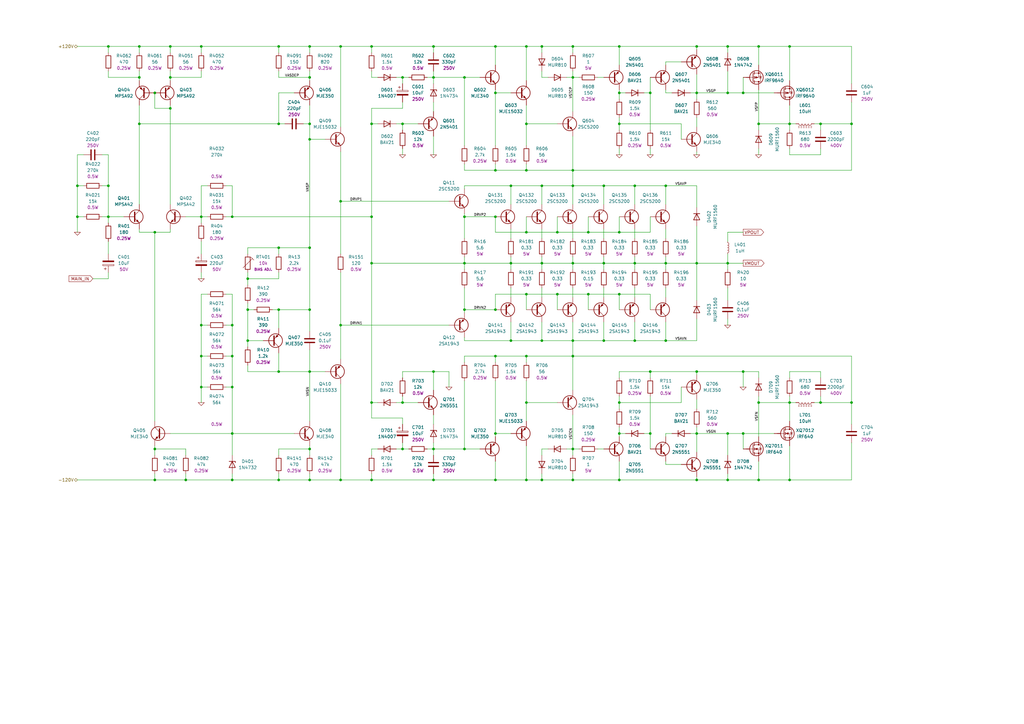
<source format=kicad_sch>
(kicad_sch (version 20211123) (generator eeschema)
  (paper "A3")
  (title_block (title "1400 WATTS RMS CLASS-TD\\nAUDIO POWER AMPLIFIER\\nFOR 4-OHMS LOUDSPEAKER") (date "2022-07-16") (company "MATRIX 1.4 IV T13"))
  (junction (at 69.85 31.75))
  (junction (at 114.3 19.05))
  (junction (at 95.25 133.35))
  (junction (at 190.5 31.75))
  (junction (at 76.2 196.85))
  (junction (at 311.15 165.1))
  (junction (at 44.45 88.9))
  (junction (at 165.1 165.1))
  (junction (at 177.8 196.85))
  (junction (at 215.9 95.25))
  (junction (at 139.7 196.85))
  (junction (at 234.95 184.15))
  (junction (at 152.4 107.95))
  (junction (at 152.4 88.9))
  (junction (at 247.65 107.95))
  (junction (at 298.45 38.1))
  (junction (at 209.55 76.2))
  (junction (at 323.85 50.8))
  (junction (at 298.45 107.95))
  (junction (at 215.9 196.85))
  (junction (at 203.2 69.85))
  (junction (at 127 101.6))
  (junction (at 82.55 158.75))
  (junction (at 82.55 88.9))
  (junction (at 63.5 38.1))
  (junction (at 254 177.8))
  (junction (at 69.85 44.45))
  (junction (at 266.7 152.4))
  (junction (at 273.05 76.2))
  (junction (at 273.05 107.95))
  (junction (at 285.75 38.1))
  (junction (at 63.5 196.85))
  (junction (at 254 38.1))
  (junction (at 95.25 88.9))
  (junction (at 114.3 127))
  (junction (at 152.4 50.8))
  (junction (at 57.15 50.8))
  (junction (at 254 165.1))
  (junction (at 260.35 76.2))
  (junction (at 241.3 120.65))
  (junction (at 228.6 120.65))
  (junction (at 215.9 146.05))
  (junction (at 203.2 127))
  (junction (at 165.1 31.75))
  (junction (at 234.95 31.75))
  (junction (at 31.75 88.9))
  (junction (at 304.8 38.1))
  (junction (at 57.15 31.75))
  (junction (at 114.3 196.85))
  (junction (at 228.6 95.25))
  (junction (at 139.7 133.35))
  (junction (at 152.4 196.85))
  (junction (at 127 127))
  (junction (at 254 50.8))
  (junction (at 260.35 107.95))
  (junction (at 177.8 19.05))
  (junction (at 215.9 19.05))
  (junction (at 222.25 76.2))
  (junction (at 82.55 19.05))
  (junction (at 298.45 196.85))
  (junction (at 190.5 107.95))
  (junction (at 177.8 31.75))
  (junction (at 254 95.25))
  (junction (at 285.75 152.4))
  (junction (at 311.15 19.05))
  (junction (at 234.95 69.85))
  (junction (at 254 196.85))
  (junction (at 203.2 19.05))
  (junction (at 215.9 69.85))
  (junction (at 285.75 196.85))
  (junction (at 234.95 146.05))
  (junction (at 95.25 158.75))
  (junction (at 260.35 139.7))
  (junction (at 285.75 177.8))
  (junction (at 95.25 146.05))
  (junction (at 203.2 38.1))
  (junction (at 114.3 50.8))
  (junction (at 190.5 127))
  (junction (at 190.5 184.15))
  (junction (at 285.75 107.95))
  (junction (at 177.8 152.4))
  (junction (at 101.6 114.3))
  (junction (at 266.7 177.8))
  (junction (at 152.4 19.05))
  (junction (at 241.3 95.25))
  (junction (at 44.45 76.2))
  (junction (at 298.45 19.05))
  (junction (at 304.8 152.4))
  (junction (at 63.5 95.25))
  (junction (at 190.5 88.9))
  (junction (at 349.25 50.8))
  (junction (at 152.4 165.1))
  (junction (at 44.45 19.05))
  (junction (at 234.95 139.7))
  (junction (at 349.25 165.1))
  (junction (at 139.7 19.05))
  (junction (at 266.7 38.1))
  (junction (at 254 120.65))
  (junction (at 127 31.75))
  (junction (at 222.25 19.05))
  (junction (at 203.2 177.8))
  (junction (at 165.1 50.8))
  (junction (at 254 19.05))
  (junction (at 82.55 146.05))
  (junction (at 31.75 76.2))
  (junction (at 57.15 19.05))
  (junction (at 203.2 88.9))
  (junction (at 127 184.15))
  (junction (at 209.55 107.95))
  (junction (at 139.7 82.55))
  (junction (at 323.85 165.1))
  (junction (at 215.9 120.65))
  (junction (at 234.95 76.2))
  (junction (at 222.25 107.95))
  (junction (at 95.25 196.85))
  (junction (at 127 57.15))
  (junction (at 209.55 139.7))
  (junction (at 222.25 196.85))
  (junction (at 273.05 139.7))
  (junction (at 114.3 152.4))
  (junction (at 234.95 196.85))
  (junction (at 215.9 165.1))
  (junction (at 127 152.4))
  (junction (at 203.2 196.85))
  (junction (at 247.65 76.2))
  (junction (at 311.15 196.85))
  (junction (at 234.95 107.95))
  (junction (at 177.8 184.15))
  (junction (at 82.55 133.35))
  (junction (at 336.55 165.1))
  (junction (at 203.2 146.05))
  (junction (at 311.15 50.8))
  (junction (at 127 19.05))
  (junction (at 215.9 50.8))
  (junction (at 101.6 127))
  (junction (at 127 50.8))
  (junction (at 234.95 19.05))
  (junction (at 63.5 184.15))
  (junction (at 304.8 177.8))
  (junction (at 298.45 177.8))
  (junction (at 69.85 19.05))
  (junction (at 323.85 196.85))
  (junction (at 95.25 177.8))
  (junction (at 222.25 139.7))
  (junction (at 127 196.85))
  (junction (at 336.55 50.8))
  (junction (at 165.1 184.15))
  (junction (at 247.65 139.7))
  (junction (at 285.75 19.05))
  (junction (at 101.6 139.7))
  (junction (at 114.3 101.6))
  (junction (at 323.85 19.05))
  (wire (pts (xy 254 175.26) (xy 254 177.8)))
  (wire (pts (xy 152.4 29.21) (xy 152.4 31.75)))
  (wire (pts (xy 165.1 44.45) (xy 165.1 41.91)))
  (wire (pts (xy 57.15 19.05) (xy 57.15 21.59)))
  (wire (pts (xy 254 50.8) (xy 254 48.26)))
  (wire (pts (xy 127 29.21) (xy 127 31.75)))
  (wire (pts (xy 273.05 36.83) (xy 273.05 38.1)))
  (wire (pts (xy 273.05 189.23) (xy 273.05 190.5)))
  (wire (pts (xy 234.95 118.11) (xy 234.95 121.92)))
  (wire (pts (xy 285.75 62.23) (xy 285.75 63.5)))
  (wire (pts (xy 266.7 95.25) (xy 266.7 88.9)))
  (wire (pts (xy 273.05 107.95) (xy 285.75 107.95)))
  (wire (pts (xy 304.8 38.1) (xy 317.5 38.1)))
  (wire (pts (xy 273.05 139.7) (xy 285.75 139.7)))
  (wire (pts (xy 260.35 76.2) (xy 273.05 76.2)))
  (wire (pts (xy 336.55 152.4) (xy 336.55 154.94)))
  (wire (pts (xy 222.25 184.15) (xy 224.79 184.15)))
  (wire (pts (xy 266.7 53.34) (xy 266.7 38.1)))
  (wire (pts (xy 63.5 95.25) (xy 69.85 95.25)))
  (wire (pts (xy 165.1 171.45) (xy 152.4 171.45)))
  (wire (pts (xy 234.95 184.15) (xy 237.49 184.15)))
  (wire (pts (xy 69.85 43.18) (xy 69.85 44.45)))
  (wire (pts (xy 44.45 31.75) (xy 57.15 31.75)))
  (wire (pts (xy 127 182.88) (xy 127 184.15)))
  (wire (pts (xy 162.56 165.1) (xy 165.1 165.1)))
  (wire (pts (xy 203.2 38.1) (xy 203.2 59.69)))
  (wire (pts (xy 273.05 190.5) (xy 279.4 190.5)))
  (wire (pts (xy 298.45 177.8) (xy 298.45 186.69)))
  (wire (pts (xy 95.25 146.05) (xy 95.25 158.75)))
  (wire (pts (xy 273.05 25.4) (xy 279.4 25.4)))
  (wire (pts (xy 254 189.23) (xy 254 196.85)))
  (wire (pts (xy 127 57.15) (xy 127 101.6)))
  (wire (pts (xy 82.55 158.75) (xy 85.09 158.75)))
  (wire (pts (xy 234.95 107.95) (xy 234.95 110.49)))
  (wire (pts (xy 254 38.1) (xy 256.54 38.1)))
  (wire (pts (xy 162.56 50.8) (xy 165.1 50.8)))
  (wire (pts (xy 63.5 196.85) (xy 76.2 196.85)))
  (wire (pts (xy 304.8 177.8) (xy 317.5 177.8)))
  (wire (pts (xy 44.45 88.9) (xy 44.45 91.44)))
  (wire (pts (xy 234.95 170.18) (xy 234.95 184.15)))
  (wire (pts (xy 349.25 41.91) (xy 349.25 50.8)))
  (wire (pts (xy 209.55 93.98) (xy 209.55 97.79)))
  (wire (pts (xy 203.2 69.85) (xy 215.9 69.85)))
  (wire (pts (xy 114.3 50.8) (xy 116.84 50.8)))
  (wire (pts (xy 349.25 165.1) (xy 349.25 173.99)))
  (wire (pts (xy 260.35 93.98) (xy 260.35 97.79)))
  (wire (pts (xy 203.2 196.85) (xy 215.9 196.85)))
  (wire (pts (xy 114.3 127) (xy 127 127)))
  (wire (pts (xy 41.91 63.5) (xy 44.45 63.5)))
  (wire (pts (xy 215.9 95.25) (xy 215.9 88.9)))
  (wire (pts (xy 234.95 55.88) (xy 234.95 69.85)))
  (wire (pts (xy 57.15 95.25) (xy 63.5 95.25)))
  (wire (pts (xy 114.3 144.78) (xy 114.3 152.4)))
  (wire (pts (xy 273.05 132.08) (xy 273.05 139.7)))
  (wire (pts (xy 190.5 69.85) (xy 203.2 69.85)))
  (wire (pts (xy 177.8 152.4) (xy 177.8 160.02)))
  (wire (pts (xy 311.15 50.8) (xy 323.85 50.8)))
  (wire (pts (xy 127 152.4) (xy 133.35 152.4)))
  (wire (pts (xy 285.75 177.8) (xy 285.75 185.42)))
  (wire (pts (xy 95.25 177.8) (xy 120.65 177.8)))
  (wire (pts (xy 190.5 76.2) (xy 209.55 76.2)))
  (wire (pts (xy 323.85 60.96) (xy 323.85 63.5)))
  (wire (pts (xy 349.25 146.05) (xy 349.25 165.1)))
  (wire (pts (xy 69.85 177.8) (xy 95.25 177.8)))
  (wire (pts (xy 190.5 67.31) (xy 190.5 69.85)))
  (wire (pts (xy 63.5 194.31) (xy 63.5 196.85)))
  (wire (pts (xy 222.25 19.05) (xy 234.95 19.05)))
  (wire (pts (xy 254 60.96) (xy 254 63.5)))
  (wire (pts (xy 298.45 130.81) (xy 298.45 133.35)))
  (wire (pts (xy 247.65 139.7) (xy 260.35 139.7)))
  (wire (pts (xy 190.5 105.41) (xy 190.5 107.95)))
  (wire (pts (xy 152.4 107.95) (xy 190.5 107.95)))
  (wire (pts (xy 228.6 120.65) (xy 241.3 120.65)))
  (wire (pts (xy 234.95 19.05) (xy 234.95 21.59)))
  (wire (pts (xy 139.7 62.23) (xy 139.7 82.55)))
  (wire (pts (xy 165.1 31.75) (xy 165.1 34.29)))
  (wire (pts (xy 241.3 95.25) (xy 254 95.25)))
  (wire (pts (xy 254 196.85) (xy 285.75 196.85)))
  (wire (pts (xy 127 19.05) (xy 139.7 19.05)))
  (wire (pts (xy 285.75 48.26) (xy 285.75 52.07)))
  (wire (pts (xy 203.2 189.23) (xy 203.2 196.85)))
  (wire (pts (xy 95.25 120.65) (xy 95.25 133.35)))
  (wire (pts (xy 215.9 182.88) (xy 215.9 196.85)))
  (wire (pts (xy 260.35 118.11) (xy 260.35 121.92)))
  (wire (pts (xy 234.95 93.98) (xy 234.95 97.79)))
  (wire (pts (xy 95.25 177.8) (xy 95.25 186.69)))
  (wire (pts (xy 177.8 31.75) (xy 190.5 31.75)))
  (wire (pts (xy 285.75 76.2) (xy 285.75 85.09)))
  (wire (pts (xy 232.41 31.75) (xy 234.95 31.75)))
  (wire (pts (xy 41.91 76.2) (xy 44.45 76.2)))
  (wire (pts (xy 285.75 38.1) (xy 285.75 40.64)))
  (wire (pts (xy 114.3 152.4) (xy 127 152.4)))
  (wire (pts (xy 82.55 158.75) (xy 82.55 146.05)))
  (wire (pts (xy 209.55 76.2) (xy 209.55 83.82)))
  (wire (pts (xy 101.6 104.14) (xy 101.6 101.6)))
  (wire (pts (xy 247.65 93.98) (xy 247.65 97.79)))
  (wire (pts (xy 82.55 76.2) (xy 82.55 88.9)))
  (wire (pts (xy 203.2 156.21) (xy 203.2 177.8)))
  (wire (pts (xy 336.55 63.5) (xy 336.55 60.96)))
  (wire (pts (xy 323.85 165.1) (xy 323.85 172.72)))
  (wire (pts (xy 63.5 95.25) (xy 63.5 172.72)))
  (wire (pts (xy 285.75 153.67) (xy 285.75 152.4)))
  (wire (pts (xy 298.45 177.8) (xy 304.8 177.8)))
  (wire (pts (xy 273.05 93.98) (xy 273.05 97.79)))
  (wire (pts (xy 209.55 107.95) (xy 209.55 110.49)))
  (wire (pts (xy 177.8 184.15) (xy 177.8 186.69)))
  (wire (pts (xy 152.4 184.15) (xy 152.4 186.69)))
  (wire (pts (xy 69.85 19.05) (xy 82.55 19.05)))
  (wire (pts (xy 311.15 162.56) (xy 311.15 165.1)))
  (wire (pts (xy 203.2 95.25) (xy 203.2 88.9)))
  (wire (pts (xy 114.3 194.31) (xy 114.3 196.85)))
  (wire (pts (xy 247.65 132.08) (xy 247.65 139.7)))
  (wire (pts (xy 215.9 43.18) (xy 215.9 50.8)))
  (wire (pts (xy 203.2 146.05) (xy 215.9 146.05)))
  (wire (pts (xy 349.25 69.85) (xy 349.25 50.8)))
  (wire (pts (xy 304.8 152.4) (xy 311.15 152.4)))
  (wire (pts (xy 152.4 19.05) (xy 152.4 21.59)))
  (wire (pts (xy 203.2 19.05) (xy 203.2 26.67)))
  (wire (pts (xy 41.91 88.9) (xy 44.45 88.9)))
  (wire (pts (xy 152.4 19.05) (xy 177.8 19.05)))
  (wire (pts (xy 124.46 50.8) (xy 127 50.8)))
  (wire (pts (xy 82.55 88.9) (xy 82.55 91.44)))
  (wire (pts (xy 57.15 93.98) (xy 57.15 95.25)))
  (wire (pts (xy 127 31.75) (xy 114.3 31.75)))
  (wire (pts (xy 139.7 19.05) (xy 139.7 52.07)))
  (wire (pts (xy 304.8 38.1) (xy 304.8 31.75)))
  (wire (pts (xy 92.71 76.2) (xy 95.25 76.2)))
  (wire (pts (xy 215.9 120.65) (xy 215.9 127)))
  (wire (pts (xy 203.2 19.05) (xy 215.9 19.05)))
  (wire (pts (xy 285.75 107.95) (xy 285.75 123.19)))
  (wire (pts (xy 95.25 194.31) (xy 95.25 196.85)))
  (wire (pts (xy 44.45 29.21) (xy 44.45 31.75)))
  (wire (pts (xy 222.25 29.21) (xy 222.25 31.75)))
  (wire (pts (xy 234.95 146.05) (xy 234.95 160.02)))
  (wire (pts (xy 266.7 177.8) (xy 266.7 184.15)))
  (wire (pts (xy 82.55 133.35) (xy 82.55 120.65)))
  (wire (pts (xy 254 120.65) (xy 254 127)))
  (wire (pts (xy 266.7 154.94) (xy 266.7 152.4)))
  (wire (pts (xy 44.45 88.9) (xy 50.8 88.9)))
  (wire (pts (xy 228.6 95.25) (xy 241.3 95.25)))
  (wire (pts (xy 311.15 19.05) (xy 323.85 19.05)))
  (wire (pts (xy 152.4 50.8) (xy 152.4 88.9)))
  (wire (pts (xy 154.94 184.15) (xy 152.4 184.15)))
  (wire (pts (xy 203.2 38.1) (xy 209.55 38.1)))
  (wire (pts (xy 114.3 196.85) (xy 127 196.85)))
  (wire (pts (xy 260.35 107.95) (xy 260.35 110.49)))
  (wire (pts (xy 234.95 184.15) (xy 234.95 186.69)))
  (wire (pts (xy 190.5 107.95) (xy 190.5 110.49)))
  (wire (pts (xy 101.6 114.3) (xy 101.6 116.84)))
  (wire (pts (xy 234.95 196.85) (xy 254 196.85)))
  (wire (pts (xy 101.6 127) (xy 104.14 127)))
  (wire (pts (xy 177.8 55.88) (xy 177.8 63.5)))
  (wire (pts (xy 69.85 31.75) (xy 69.85 33.02)))
  (wire (pts (xy 241.3 95.25) (xy 241.3 88.9)))
  (wire (pts (xy 190.5 88.9) (xy 203.2 88.9)))
  (wire (pts (xy 254 95.25) (xy 254 88.9)))
  (wire (pts (xy 254 177.8) (xy 256.54 177.8)))
  (wire (pts (xy 177.8 19.05) (xy 203.2 19.05)))
  (wire (pts (xy 209.55 76.2) (xy 222.25 76.2)))
  (wire (pts (xy 44.45 19.05) (xy 44.45 21.59)))
  (wire (pts (xy 336.55 162.56) (xy 336.55 165.1)))
  (wire (pts (xy 209.55 105.41) (xy 209.55 107.95)))
  (wire (pts (xy 152.4 107.95) (xy 152.4 165.1)))
  (wire (pts (xy 254 19.05) (xy 285.75 19.05)))
  (wire (pts (xy 298.45 104.14) (xy 298.45 107.95)))
  (wire (pts (xy 165.1 154.94) (xy 165.1 152.4)))
  (wire (pts (xy 234.95 76.2) (xy 234.95 83.82)))
  (wire (pts (xy 323.85 154.94) (xy 323.85 152.4)))
  (wire (pts (xy 95.25 158.75) (xy 95.25 177.8)))
  (wire (pts (xy 234.95 132.08) (xy 234.95 139.7)))
  (wire (pts (xy 114.3 29.21) (xy 114.3 31.75)))
  (wire (pts (xy 190.5 107.95) (xy 209.55 107.95)))
  (wire (pts (xy 101.6 101.6) (xy 114.3 101.6)))
  (wire (pts (xy 323.85 19.05) (xy 323.85 33.02)))
  (wire (pts (xy 311.15 165.1) (xy 323.85 165.1)))
  (wire (pts (xy 177.8 29.21) (xy 177.8 31.75)))
  (wire (pts (xy 222.25 105.41) (xy 222.25 107.95)))
  (wire (pts (xy 254 165.1) (xy 279.4 165.1)))
  (wire (pts (xy 127 127) (xy 127 135.89)))
  (wire (pts (xy 234.95 69.85) (xy 349.25 69.85)))
  (wire (pts (xy 63.5 184.15) (xy 63.5 186.69)))
  (wire (pts (xy 209.55 139.7) (xy 222.25 139.7)))
  (wire (pts (xy 57.15 19.05) (xy 69.85 19.05)))
  (wire (pts (xy 63.5 44.45) (xy 69.85 44.45)))
  (wire (pts (xy 92.71 158.75) (xy 95.25 158.75)))
  (wire (pts (xy 165.1 173.99) (xy 165.1 171.45)))
  (wire (pts (xy 245.11 31.75) (xy 247.65 31.75)))
  (wire (pts (xy 190.5 184.15) (xy 196.85 184.15)))
  (wire (pts (xy 44.45 76.2) (xy 44.45 88.9)))
  (wire (pts (xy 260.35 107.95) (xy 273.05 107.95)))
  (wire (pts (xy 298.45 118.11) (xy 298.45 123.19)))
  (wire (pts (xy 311.15 189.23) (xy 311.15 196.85)))
  (wire (pts (xy 203.2 146.05) (xy 203.2 148.59)))
  (wire (pts (xy 203.2 95.25) (xy 215.9 95.25)))
  (wire (pts (xy 323.85 196.85) (xy 349.25 196.85)))
  (wire (pts (xy 34.29 63.5) (xy 31.75 63.5)))
  (wire (pts (xy 273.05 177.8) (xy 275.59 177.8)))
  (wire (pts (xy 222.25 19.05) (xy 222.25 21.59)))
  (wire (pts (xy 323.85 63.5) (xy 336.55 63.5)))
  (wire (pts (xy 247.65 76.2) (xy 247.65 83.82)))
  (wire (pts (xy 215.9 50.8) (xy 228.6 50.8)))
  (wire (pts (xy 190.5 138.43) (xy 190.5 139.7)))
  (wire (pts (xy 264.16 177.8) (xy 266.7 177.8)))
  (wire (pts (xy 254 50.8) (xy 254 53.34)))
  (wire (pts (xy 165.1 162.56) (xy 165.1 165.1)))
  (wire (pts (xy 273.05 25.4) (xy 273.05 26.67)))
  (wire (pts (xy 234.95 146.05) (xy 349.25 146.05)))
  (wire (pts (xy 215.9 165.1) (xy 215.9 172.72)))
  (wire (pts (xy 139.7 19.05) (xy 152.4 19.05)))
  (wire (pts (xy 95.25 196.85) (xy 114.3 196.85)))
  (wire (pts (xy 285.75 30.48) (xy 285.75 38.1)))
  (wire (pts (xy 254 165.1) (xy 254 167.64)))
  (wire (pts (xy 162.56 31.75) (xy 165.1 31.75)))
  (wire (pts (xy 254 50.8) (xy 279.4 50.8)))
  (wire (pts (xy 184.15 158.75) (xy 184.15 152.4)))
  (wire (pts (xy 298.45 29.21) (xy 298.45 38.1)))
  (wire (pts (xy 165.1 50.8) (xy 165.1 53.34)))
  (wire (pts (xy 101.6 149.86) (xy 101.6 152.4)))
  (wire (pts (xy 323.85 152.4) (xy 336.55 152.4)))
  (wire (pts (xy 139.7 111.76) (xy 139.7 133.35)))
  (wire (pts (xy 82.55 19.05) (xy 82.55 21.59)))
  (wire (pts (xy 273.05 107.95) (xy 273.05 110.49)))
  (wire (pts (xy 69.85 44.45) (xy 69.85 83.82)))
  (wire (pts (xy 114.3 127) (xy 114.3 134.62)))
  (wire (pts (xy 260.35 139.7) (xy 273.05 139.7)))
  (wire (pts (xy 114.3 184.15) (xy 114.3 186.69)))
  (wire (pts (xy 311.15 60.96) (xy 311.15 63.5)))
  (wire (pts (xy 177.8 181.61) (xy 177.8 184.15)))
  (wire (pts (xy 215.9 120.65) (xy 228.6 120.65)))
  (wire (pts (xy 190.5 31.75) (xy 196.85 31.75)))
  (wire (pts (xy 254 162.56) (xy 254 165.1)))
  (wire (pts (xy 76.2 184.15) (xy 76.2 186.69)))
  (wire (pts (xy 177.8 31.75) (xy 177.8 34.29)))
  (wire (pts (xy 190.5 127) (xy 203.2 127)))
  (wire (pts (xy 336.55 165.1) (xy 349.25 165.1)))
  (wire (pts (xy 165.1 184.15) (xy 167.64 184.15)))
  (wire (pts (xy 114.3 38.1) (xy 120.65 38.1)))
  (wire (pts (xy 69.85 93.98) (xy 69.85 95.25)))
  (wire (pts (xy 245.11 184.15) (xy 247.65 184.15)))
  (wire (pts (xy 190.5 31.75) (xy 190.5 59.69)))
  (wire (pts (xy 234.95 31.75) (xy 237.49 31.75)))
  (wire (pts (xy 323.85 50.8) (xy 326.39 50.8)))
  (wire (pts (xy 114.3 101.6) (xy 114.3 104.14)))
  (wire (pts (xy 234.95 105.41) (xy 234.95 107.95)))
  (wire (pts (xy 101.6 114.3) (xy 114.3 114.3)))
  (wire (pts (xy 222.25 76.2) (xy 222.25 83.82)))
  (wire (pts (xy 285.75 196.85) (xy 298.45 196.85)))
  (wire (pts (xy 69.85 19.05) (xy 69.85 21.59)))
  (wire (pts (xy 177.8 170.18) (xy 177.8 173.99)))
  (wire (pts (xy 92.71 133.35) (xy 95.25 133.35)))
  (wire (pts (xy 177.8 196.85) (xy 203.2 196.85)))
  (wire (pts (xy 222.25 184.15) (xy 222.25 186.69)))
  (wire (pts (xy 222.25 93.98) (xy 222.25 97.79)))
  (wire (pts (xy 127 194.31) (xy 127 196.85)))
  (wire (pts (xy 234.95 107.95) (xy 222.25 107.95)))
  (wire (pts (xy 273.05 76.2) (xy 273.05 83.82)))
  (wire (pts (xy 154.94 50.8) (xy 152.4 50.8)))
  (wire (pts (xy 44.45 114.3) (xy 38.1 114.3)))
  (wire (pts (xy 247.65 105.41) (xy 247.65 107.95)))
  (wire (pts (xy 63.5 184.15) (xy 76.2 184.15)))
  (wire (pts (xy 254 36.83) (xy 254 38.1)))
  (wire (pts (xy 203.2 120.65) (xy 203.2 127)))
  (wire (pts (xy 44.45 63.5) (xy 44.45 76.2)))
  (wire (pts (xy 139.7 157.48) (xy 139.7 196.85)))
  (wire (pts (xy 215.9 95.25) (xy 228.6 95.25)))
  (wire (pts (xy 215.9 19.05) (xy 215.9 33.02)))
  (wire (pts (xy 139.7 133.35) (xy 139.7 147.32)))
  (wire (pts (xy 234.95 194.31) (xy 234.95 196.85)))
  (wire (pts (xy 234.95 76.2) (xy 222.25 76.2)))
  (wire (pts (xy 241.3 120.65) (xy 254 120.65)))
  (wire (pts (xy 266.7 162.56) (xy 266.7 177.8)))
  (wire (pts (xy 184.15 152.4) (xy 177.8 152.4)))
  (wire (pts (xy 92.71 120.65) (xy 95.25 120.65)))
  (wire (pts (xy 57.15 31.75) (xy 57.15 33.02)))
  (wire (pts (xy 273.05 118.11) (xy 273.05 121.92)))
  (wire (pts (xy 177.8 19.05) (xy 177.8 21.59)))
  (wire (pts (xy 165.1 181.61) (xy 165.1 184.15)))
  (wire (pts (xy 336.55 50.8) (xy 336.55 53.34)))
  (wire (pts (xy 247.65 107.95) (xy 234.95 107.95)))
  (wire (pts (xy 203.2 120.65) (xy 215.9 120.65)))
  (wire (pts (xy 63.5 38.1) (xy 63.5 44.45)))
  (wire (pts (xy 82.55 111.76) (xy 82.55 114.3)))
  (wire (pts (xy 273.05 38.1) (xy 275.59 38.1)))
  (wire (pts (xy 266.7 152.4) (xy 285.75 152.4)))
  (wire (pts (xy 152.4 31.75) (xy 154.94 31.75)))
  (wire (pts (xy 222.25 194.31) (xy 222.25 196.85)))
  (wire (pts (xy 298.45 196.85) (xy 311.15 196.85)))
  (wire (pts (xy 215.9 69.85) (xy 234.95 69.85)))
  (wire (pts (xy 254 152.4) (xy 254 154.94)))
  (wire (pts (xy 177.8 194.31) (xy 177.8 196.85)))
  (wire (pts (xy 298.45 38.1) (xy 304.8 38.1)))
  (wire (pts (xy 209.55 132.08) (xy 209.55 139.7)))
  (wire (pts (xy 34.29 76.2) (xy 31.75 76.2)))
  (wire (pts (xy 190.5 127) (xy 190.5 128.27)))
  (wire (pts (xy 222.25 118.11) (xy 222.25 121.92)))
  (wire (pts (xy 298.45 107.95) (xy 304.8 107.95)))
  (wire (pts (xy 82.55 88.9) (xy 85.09 88.9)))
  (wire (pts (xy 285.75 19.05) (xy 298.45 19.05)))
  (wire (pts (xy 222.25 107.95) (xy 222.25 110.49)))
  (wire (pts (xy 127 31.75) (xy 127 33.02)))
  (wire (pts (xy 63.5 182.88) (xy 63.5 184.15)))
  (wire (pts (xy 234.95 139.7) (xy 222.25 139.7)))
  (wire (pts (xy 222.25 196.85) (xy 234.95 196.85)))
  (wire (pts (xy 95.25 76.2) (xy 95.25 88.9)))
  (wire (pts (xy 31.75 196.85) (xy 63.5 196.85)))
  (wire (pts (xy 177.8 41.91) (xy 177.8 45.72)))
  (wire (pts (xy 323.85 50.8) (xy 323.85 53.34)))
  (wire (pts (xy 285.75 107.95) (xy 298.45 107.95)))
  (wire (pts (xy 57.15 50.8) (xy 57.15 83.82)))
  (wire (pts (xy 95.25 88.9) (xy 152.4 88.9)))
  (wire (pts (xy 254 152.4) (xy 266.7 152.4)))
  (wire (pts (xy 101.6 139.7) (xy 101.6 142.24)))
  (wire (pts (xy 215.9 146.05) (xy 215.9 148.59)))
  (wire (pts (xy 285.75 177.8) (xy 298.45 177.8)))
  (wire (pts (xy 31.75 19.05) (xy 44.45 19.05)))
  (wire (pts (xy 222.25 132.08) (xy 222.25 139.7)))
  (wire (pts (xy 232.41 184.15) (xy 234.95 184.15)))
  (wire (pts (xy 215.9 67.31) (xy 215.9 69.85)))
  (wire (pts (xy 175.26 31.75) (xy 177.8 31.75)))
  (wire (pts (xy 215.9 196.85) (xy 222.25 196.85)))
  (wire (pts (xy 266.7 120.65) (xy 266.7 127)))
  (wire (pts (xy 139.7 82.55) (xy 184.15 82.55)))
  (wire (pts (xy 114.3 111.76) (xy 114.3 114.3)))
  (wire (pts (xy 323.85 182.88) (xy 323.85 196.85)))
  (wire (pts (xy 311.15 36.83) (xy 311.15 50.8)))
  (wire (pts (xy 298.45 95.25) (xy 298.45 99.06)))
  (wire (pts (xy 266.7 60.96) (xy 266.7 63.5)))
  (wire (pts (xy 127 152.4) (xy 127 172.72)))
  (wire (pts (xy 285.75 175.26) (xy 285.75 177.8)))
  (wire (pts (xy 44.45 111.76) (xy 44.45 114.3)))
  (wire (pts (xy 165.1 60.96) (xy 165.1 63.5)))
  (wire (pts (xy 127 50.8) (xy 127 57.15)))
  (wire (pts (xy 57.15 29.21) (xy 57.15 31.75)))
  (wire (pts (xy 283.21 38.1) (xy 285.75 38.1)))
  (wire (pts (xy 254 19.05) (xy 254 26.67)))
  (wire (pts (xy 215.9 156.21) (xy 215.9 165.1)))
  (wire (pts (xy 127 196.85) (xy 139.7 196.85)))
  (wire (pts (xy 273.05 179.07) (xy 273.05 177.8)))
  (wire (pts (xy 190.5 146.05) (xy 190.5 148.59)))
  (wire (pts (xy 311.15 196.85) (xy 323.85 196.85)))
  (wire (pts (xy 82.55 99.06) (xy 82.55 104.14)))
  (wire (pts (xy 101.6 111.76) (xy 101.6 114.3)))
  (wire (pts (xy 203.2 36.83) (xy 203.2 38.1)))
  (wire (pts (xy 85.09 76.2) (xy 82.55 76.2)))
  (wire (pts (xy 266.7 38.1) (xy 264.16 38.1)))
  (wire (pts (xy 234.95 139.7) (xy 234.95 146.05)))
  (wire (pts (xy 82.55 158.75) (xy 82.55 165.1)))
  (wire (pts (xy 127 43.18) (xy 127 50.8)))
  (wire (pts (xy 31.75 63.5) (xy 31.75 76.2)))
  (wire (pts (xy 165.1 152.4) (xy 177.8 152.4)))
  (wire (pts (xy 298.45 19.05) (xy 298.45 21.59)))
  (wire (pts (xy 234.95 19.05) (xy 254 19.05)))
  (wire (pts (xy 114.3 184.15) (xy 127 184.15)))
  (wire (pts (xy 323.85 162.56) (xy 323.85 165.1)))
  (wire (pts (xy 82.55 146.05) (xy 82.55 133.35)))
  (wire (pts (xy 152.4 165.1) (xy 154.94 165.1)))
  (wire (pts (xy 69.85 31.75) (xy 82.55 31.75)))
  (wire (pts (xy 254 95.25) (xy 266.7 95.25)))
  (wire (pts (xy 190.5 146.05) (xy 203.2 146.05)))
  (wire (pts (xy 101.6 139.7) (xy 107.95 139.7)))
  (wire (pts (xy 279.4 165.1) (xy 279.4 158.75)))
  (wire (pts (xy 247.65 118.11) (xy 247.65 121.92)))
  (wire (pts (xy 152.4 50.8) (xy 152.4 44.45)))
  (wire (pts (xy 285.75 38.1) (xy 298.45 38.1)))
  (wire (pts (xy 285.75 130.81) (xy 285.75 139.7)))
  (wire (pts (xy 139.7 196.85) (xy 152.4 196.85)))
  (wire (pts (xy 222.25 31.75) (xy 224.79 31.75)))
  (wire (pts (xy 92.71 88.9) (xy 95.25 88.9)))
  (wire (pts (xy 273.05 76.2) (xy 285.75 76.2)))
  (wire (pts (xy 323.85 165.1) (xy 326.39 165.1)))
  (wire (pts (xy 190.5 139.7) (xy 209.55 139.7)))
  (wire (pts (xy 101.6 152.4) (xy 114.3 152.4)))
  (wire (pts (xy 323.85 19.05) (xy 349.25 19.05)))
  (wire (pts (xy 323.85 43.18) (xy 323.85 50.8)))
  (wire (pts (xy 152.4 44.45) (xy 165.1 44.45)))
  (wire (pts (xy 334.01 165.1) (xy 336.55 165.1)))
  (wire (pts (xy 95.25 133.35) (xy 95.25 146.05)))
  (wire (pts (xy 127 19.05) (xy 127 21.59)))
  (wire (pts (xy 254 40.64) (xy 254 38.1)))
  (wire (pts (xy 285.75 19.05) (xy 285.75 20.32)))
  (wire (pts (xy 304.8 152.4) (xy 304.8 158.75)))
  (wire (pts (xy 114.3 19.05) (xy 114.3 21.59)))
  (wire (pts (xy 285.75 163.83) (xy 285.75 167.64)))
  (wire (pts (xy 215.9 146.05) (xy 234.95 146.05)))
  (wire (pts (xy 101.6 124.46) (xy 101.6 127)))
  (wire (pts (xy 234.95 76.2) (xy 247.65 76.2)))
  (wire (pts (xy 76.2 196.85) (xy 95.25 196.85)))
  (wire (pts (xy 82.55 146.05) (xy 85.09 146.05)))
  (wire (pts (xy 69.85 29.21) (xy 69.85 31.75)))
  (wire (pts (xy 165.1 184.15) (xy 162.56 184.15)))
  (wire (pts (xy 190.5 76.2) (xy 190.5 77.47)))
  (wire (pts (xy 31.75 88.9) (xy 31.75 95.25)))
  (wire (pts (xy 203.2 177.8) (xy 203.2 179.07)))
  (wire (pts (xy 285.75 195.58) (xy 285.75 196.85)))
  (wire (pts (xy 336.55 50.8) (xy 349.25 50.8)))
  (wire (pts (xy 254 120.65) (xy 266.7 120.65)))
  (wire (pts (xy 260.35 132.08) (xy 260.35 139.7)))
  (wire (pts (xy 266.7 38.1) (xy 266.7 31.75)))
  (wire (pts (xy 127 57.15) (xy 133.35 57.15)))
  (wire (pts (xy 127 184.15) (xy 127 186.69)))
  (wire (pts (xy 152.4 196.85) (xy 177.8 196.85)))
  (wire (pts (xy 111.76 127) (xy 114.3 127)))
  (wire (pts (xy 82.55 19.05) (xy 114.3 19.05)))
  (wire (pts (xy 139.7 82.55) (xy 139.7 104.14)))
  (wire (pts (xy 152.4 165.1) (xy 152.4 171.45)))
  (wire (pts (xy 215.9 165.1) (xy 228.6 165.1)))
  (wire (pts (xy 234.95 31.75) (xy 234.95 45.72)))
  (wire (pts (xy 298.45 95.25) (xy 304.8 95.25)))
  (wire (pts (xy 304.8 184.15) (xy 304.8 177.8)))
  (wire (pts (xy 152.4 88.9) (xy 152.4 107.95)))
  (wire (pts (xy 349.25 181.61) (xy 349.25 196.85)))
  (wire (pts (xy 190.5 87.63) (xy 190.5 88.9)))
  (wire (pts (xy 57.15 43.18) (xy 57.15 50.8)))
  (wire (pts (xy 190.5 88.9) (xy 190.5 97.79)))
  (wire (pts (xy 241.3 120.65) (xy 241.3 127)))
  (wire (pts (xy 114.3 50.8) (xy 114.3 38.1)))
  (wire (pts (xy 260.35 76.2) (xy 260.35 83.82)))
  (wire (pts (xy 190.5 156.21) (xy 190.5 184.15)))
  (wire (pts (xy 228.6 120.65) (xy 228.6 127)))
  (wire (pts (xy 82.55 133.35) (xy 85.09 133.35)))
  (wire (pts (xy 203.2 177.8) (xy 209.55 177.8)))
  (wire (pts (xy 311.15 50.8) (xy 311.15 53.34)))
  (wire (pts (xy 273.05 105.41) (xy 273.05 107.95)))
  (wire (pts (xy 152.4 194.31) (xy 152.4 196.85)))
  (wire (pts (xy 190.5 118.11) (xy 190.5 127)))
  (wire (pts (xy 203.2 67.31) (xy 203.2 69.85)))
  (wire (pts (xy 349.25 19.05) (xy 349.25 34.29)))
  (wire (pts (xy 298.45 107.95) (xy 298.45 110.49)))
  (wire (pts (xy 31.75 76.2) (xy 31.75 88.9)))
  (wire (pts (xy 285.75 152.4) (xy 304.8 152.4)))
  (wire (pts (xy 82.55 29.21) (xy 82.55 31.75)))
  (wire (pts (xy 215.9 50.8) (xy 215.9 59.69)))
  (wire (pts (xy 260.35 105.41) (xy 260.35 107.95)))
  (wire (pts (xy 234.95 29.21) (xy 234.95 31.75)))
  (wire (pts (xy 177.8 184.15) (xy 190.5 184.15)))
  (wire (pts (xy 285.75 92.71) (xy 285.75 107.95)))
  (wire (pts (xy 127 152.4) (xy 127 143.51)))
  (wire (pts (xy 254 177.8) (xy 254 179.07)))
  (wire (pts (xy 44.45 99.06) (xy 44.45 104.14)))
  (wire (pts (xy 127 101.6) (xy 127 127)))
  (wire (pts (xy 222.25 107.95) (xy 209.55 107.95)))
  (wire (pts (xy 247.65 107.95) (xy 247.65 110.49)))
  (wire (pts (xy 175.26 184.15) (xy 177.8 184.15)))
  (wire (pts (xy 76.2 194.31) (xy 76.2 196.85)))
  (wire (pts (xy 44.45 19.05) (xy 57.15 19.05)))
  (wire (pts (xy 234.95 69.85) (xy 234.95 76.2)))
  (wire (pts (xy 311.15 19.05) (xy 311.15 26.67)))
  (wire (pts (xy 247.65 107.95) (xy 260.35 107.95)))
  (wire (pts (xy 298.45 194.31) (xy 298.45 196.85)))
  (wire (pts (xy 298.45 19.05) (xy 311.15 19.05)))
  (wire (pts (xy 76.2 88.9) (xy 82.55 88.9)))
  (wire (pts (xy 114.3 19.05) (xy 127 19.05)))
  (wire (pts (xy 209.55 118.11) (xy 209.55 121.92)))
  (wire (pts (xy 31.75 88.9) (xy 34.29 88.9)))
  (wire (pts (xy 215.9 19.05) (xy 222.25 19.05)))
  (wire (pts (xy 82.55 120.65) (xy 85.09 120.65)))
  (wire (pts (xy 279.4 50.8) (xy 279.4 57.15)))
  (wire (pts (xy 114.3 101.6) (xy 127 101.6)))
  (wire (pts (xy 334.01 50.8) (xy 336.55 50.8)))
  (wire (pts (xy 171.45 50.8) (xy 165.1 50.8)))
  (wire (pts (xy 234.95 139.7) (xy 247.65 139.7)))
  (wire (pts (xy 101.6 127) (xy 101.6 139.7)))
  (wire (pts (xy 139.7 133.35) (xy 184.15 133.35)))
  (wire (pts (xy 311.15 165.1) (xy 311.15 179.07)))
  (wire (pts (xy 92.71 146.05) (xy 95.25 146.05)))
  (wire (pts (xy 57.15 50.8) (xy 114.3 50.8)))
  (wire (pts (xy 311.15 152.4) (xy 311.15 154.94)))
  (wire (pts (xy 165.1 165.1) (xy 171.45 165.1)))
  (wire (pts (xy 165.1 31.75) (xy 167.64 31.75)))
  (wire (pts (xy 283.21 177.8) (xy 285.75 177.8)))
  (wire (pts (xy 247.65 76.2) (xy 260.35 76.2)))
  (wire (pts (xy 228.6 95.25) (xy 228.6 88.9)))
  (label "VSFN" (at 311.15 172.72 90) (effects (font (size 1.016 1.016))))
  (label "VSAVN" (at 276.86 139.7 0) (effects (font (size 1.016 1.016))))
  (label "VSGN" (at 289.56 177.8 0) (effects (font (size 1.016 1.016))))
  (label "VASDEP" (at 116.84 31.75 0) (effects (font (size 1.016 1.016))))
  (label "VSFP" (at 311.15 45.72 90) (effects (font (size 1.016 1.016))))
  (label "VSAVP" (at 276.86 76.2 0) (effects (font (size 1.016 1.016))))
  (label "DRVP2" (at 194.31 88.9 0) (effects (font (size 1.016 1.016))))
  (label "VSTCN" (at 234.95 180.34 90) (effects (font (size 1.016 1.016))))
  (label "VSGP" (at 289.56 38.1 0) (effects (font (size 1.016 1.016))))
  (label "VASP" (at 127 78.74 90) (effects (font (size 1.016 1.016))))
  (label "VSTCP" (at 234.95 35.56 270) (effects (font (size 1.016 1.016))))
  (label "DRVN2" (at 194.31 127 0) (effects (font (size 1.016 1.016))))
  (label "DRVP1" (at 143.51 82.55 0) (effects (font (size 1.016 1.016))))
  (label "DRVN1" (at 143.51 133.35 0) (effects (font (size 1.016 1.016))))
  (label "VASN" (at 127 162.56 90) (effects (font (size 1.016 1.016))))
  (global_label "VMOUT" (shape output) (at 304.8 107.95 0) (property "Intersheet References" "${INTERSHEET_REFS}" (effects hide)))
  (global_label "MAIN_IN" (shape input) (at 38.1 114.3 180) (property "Intersheet References" "${INTERSHEET_REFS}" (effects hide)))
  (global_label "VPOUT" (shape output) (at 304.8 95.25 0) (property "Intersheet References" "${INTERSHEET_REFS}" (effects hide)))
  (hierarchical_label "-120V" (shape bidirectional) (at 31.75 196.85 180))
  (hierarchical_label "+120V" (shape bidirectional) (at 31.75 19.05 180))
  (symbol (lib_id "Device:R") (at 139.7 107.95 180) (unit 1)
    (property "Reference" "R4151" (at 146.05 105.41 0))
    (property "Value" "120" (at 146.05 107.95 0))
    (property "Footprint" "MATRIX_1.4:RESISTOR_AXIAL_0.5W" (effects hide))
    (property "Wattage" "0.5W" (at 146.05 110.49 0))
  )
  (symbol (lib_id "Device:R") (at 190.5 63.5 0) (unit 1)
    (property "Reference" "R604" (at 196.85 60.96 0))
    (property "Value" "2.7k" (at 196.85 63.5 0))
    (property "Footprint" "MATRIX_1.4:RESISTOR_AXIAL_0.25W" (effects hide))
    (property "Wattage" "0.25W" (at 196.85 66.04 0))
  )
  (symbol (lib_id "MATRIX_1.4:D") (at 222.25 25.4 90) (unit 1)
    (property "Reference" "D604" (at 228.6 24.13 90))
    (property "Value" "MUR810" (at 228.6 26.67 90))
    (property "Footprint" "MATRIX_1.4:DIODE_AXIAL_SMALL_GE" (effects hide))
    (property "Spice_Primitive" "D" (effects hide))
    (property "Spice_Model" "MURF1560" (effects hide))
    (property "Spice_Netlist_Enabled" "Y" (effects hide))
    (property "Spice_Lib_File" "spice_models/model.lib" (effects hide))
  )
  (symbol (lib_id "pspice:0") (at 304.8 158.75 0) (unit 1)
    (property "Reference" "#GND0109" (effects hide))
    (property "Value" "0" (effects hide))
  )
  (symbol (lib_name "Q_NPN_CBE_2") (lib_id "MATRIX_1.4:Q_NPN_CBE") (at 187.96 82.55 0) (unit 1)
    (property "Reference" "Q411" (at 184.15 74.93 0))
    (property "Value" "2SC5200" (at 184.15 77.47 0))
    (property "Footprint" "MATRIX_1.4:TO-264-MIRRORED" (effects hide))
    (property "Spice_Primitive" "Q" (effects hide))
    (property "Spice_Model" "2SC5200" (effects hide))
    (property "Spice_Netlist_Enabled" "Y" (effects hide))
    (property "Spice_Lib_File" "spice_models/model.lib" (effects hide))
  )
  (symbol (lib_name "Q_PNP_CBE_6") (lib_id "MATRIX_1.4:Q_PNP_CBE") (at 232.41 165.1 0) (mirror x) (unit 1)
    (property "Reference" "Q704" (at 241.3 163.83 0))
    (property "Value" "2SA1943" (at 241.3 166.37 0))
    (property "Footprint" "MATRIX_1.4:TO-264-MIRRORED" (effects hide))
    (property "Spice_Primitive" "Q" (effects hide))
    (property "Spice_Model" "2SA1943" (effects hide))
    (property "Spice_Netlist_Enabled" "Y" (effects hide))
    (property "Spice_Lib_File" "spice_models/model.lib" (effects hide))
  )
  (symbol (lib_id "MATRIX_1.4:D") (at 285.75 88.9 90) (mirror x) (unit 1)
    (property "Reference" "D402" (at 290.83 88.9 0))
    (property "Value" "MURF1560" (at 293.37 88.9 0))
    (property "Footprint" "MATRIX_1.4:DIODE_AXIAL_SMALL_GE" (effects hide))
    (property "Spice_Primitive" "D" (effects hide))
    (property "Spice_Model" "MURF1560" (effects hide))
    (property "Spice_Netlist_Enabled" "Y" (effects hide))
    (property "Spice_Lib_File" "spice_models/model.lib" (effects hide))
  )
  (symbol (lib_id "Device:R") (at 203.2 152.4 0) (unit 1)
    (property "Reference" "R705" (at 209.55 149.86 0))
    (property "Value" "1.5k" (at 209.55 152.4 0))
    (property "Footprint" "MATRIX_1.4:RESISTOR_AXIAL_0.5W" (effects hide))
    (property "Wattage" "0.5W" (at 209.55 154.94 0))
  )
  (symbol (lib_id "MATRIX_1.4:D") (at 311.15 57.15 90) (mirror x) (unit 1)
    (property "Reference" "D609" (at 316.23 57.15 0))
    (property "Value" "MURF1560" (at 318.77 57.15 0))
    (property "Footprint" "MATRIX_1.4:DIODE_AXIAL_SMALL_GE" (effects hide))
    (property "Spice_Primitive" "D" (effects hide))
    (property "Spice_Model" "MURF1560" (effects hide))
    (property "Spice_Netlist_Enabled" "Y" (effects hide))
    (property "Spice_Lib_File" "spice_models/model.lib" (effects hide))
  )
  (symbol (lib_id "Device:R") (at 260.35 114.3 0) (unit 1)
    (property "Reference" "R4195" (at 266.7 111.76 0))
    (property "Value" "0.33" (at 266.7 114.3 0))
    (property "Footprint" "MATRIX_1.4:RESISTOR_BLOCK_5W" (effects hide))
    (property "Wattage" "5W" (at 266.7 116.84 0))
  )
  (symbol (lib_id "pspice:0") (at 82.55 165.1 0) (unit 1)
    (property "Reference" "#GND0102" (effects hide))
    (property "Value" "0" (effects hide))
  )
  (symbol (lib_name "Q_NPN_CBE_19") (lib_id "MATRIX_1.4:Q_NPN_CBE") (at 270.51 88.9 0) (unit 1)
    (property "Reference" "Q4136" (at 266.7 80.01 0))
    (property "Value" "2SC5200" (at 266.7 82.55 0))
    (property "Footprint" "MATRIX_1.4:TO-264-MIRRORED" (effects hide))
    (property "Spice_Primitive" "Q" (effects hide))
    (property "Spice_Model" "2SC5200" (effects hide))
    (property "Spice_Netlist_Enabled" "Y" (effects hide))
    (property "Spice_Lib_File" "spice_models/model.lib" (effects hide))
  )
  (symbol (lib_name "Q_NPN_CBE_13") (lib_id "MATRIX_1.4:Q_NPN_CBE") (at 270.51 184.15 0) (unit 1)
    (property "Reference" "Q707" (at 279.4 182.88 0))
    (property "Value" "2N5551" (at 279.4 185.42 0))
    (property "Footprint" "MATRIX_1.4:TO-92-EBC" (effects hide))
    (property "Spice_Primitive" "Q" (effects hide))
    (property "Spice_Model" "2N5551" (effects hide))
    (property "Spice_Netlist_Enabled" "Y" (effects hide))
    (property "Spice_Lib_File" "spice_models/model.lib" (effects hide))
  )
  (symbol (lib_id "Device:R") (at 285.75 171.45 0) (unit 1)
    (property "Reference" "R712" (at 292.1 168.91 0))
    (property "Value" "560" (at 292.1 171.45 0))
    (property "Footprint" "MATRIX_1.4:RESISTOR_AXIAL_0.5W" (effects hide))
    (property "Wattage" "0.5W" (at 292.1 173.99 0))
  )
  (symbol (lib_id "Device:R") (at 254 171.45 180) (unit 1)
    (property "Reference" "R709" (at 260.35 168.91 0))
    (property "Value" "1.5k" (at 260.35 171.45 0))
    (property "Footprint" "MATRIX_1.4:RESISTOR_AXIAL_0.5W" (effects hide))
    (property "Wattage" "0.5W" (at 260.35 173.99 0))
  )
  (symbol (lib_name "Q_PNP_CBE_20") (lib_id "MATRIX_1.4:Q_PNP_CBE") (at 67.31 38.1 0) (mirror x) (unit 1)
    (property "Reference" "Q403" (at 76.2 36.83 0))
    (property "Value" "MPSA92" (at 76.2 39.37 0))
    (property "Footprint" "MATRIX_1.4:TO-92-EBC" (effects hide))
    (property "Spice_Primitive" "Q" (effects hide))
    (property "Spice_Model" "MPSA92" (effects hide))
    (property "Spice_Netlist_Enabled" "Y" (effects hide))
    (property "Spice_Lib_File" "spice_models/model.lib" (effects hide))
  )
  (symbol (lib_id "MATRIX_1.4:Q_PNP_CBE") (at 124.46 38.1 0) (mirror x) (unit 1)
    (property "Reference" "Q406" (at 133.35 36.83 0))
    (property "Value" "MJE350" (at 133.35 39.37 0))
    (property "Footprint" "MATRIX_1.4:TO-225" (effects hide))
    (property "Spice_Primitive" "Q" (effects hide))
    (property "Spice_Model" "MJE350" (effects hide))
    (property "Spice_Netlist_Enabled" "Y" (effects hide))
    (property "Spice_Lib_File" "spice_models/model.lib" (effects hide))
  )
  (symbol (lib_id "Device:R") (at 88.9 133.35 90) (unit 1)
    (property "Reference" "R4072" (at 88.9 137.16 90))
    (property "Value" "56k" (at 88.9 139.7 90))
    (property "Footprint" "MATRIX_1.4:RESISTOR_AXIAL_0.25W" (effects hide))
    (property "Wattage" "0.5W" (at 88.9 142.24 90))
  )
  (symbol (lib_id "Device:R") (at 127 190.5 0) (unit 1)
    (property "Reference" "R4142" (at 133.35 187.96 0))
    (property "Value" "47k" (at 133.35 190.5 0))
    (property "Footprint" "MATRIX_1.4:RESISTOR_AXIAL_0.25W" (effects hide))
    (property "Wattage" "0.25W" (at 133.35 193.04 0))
  )
  (symbol (lib_name "Q_NPN_CBE_12") (lib_id "MATRIX_1.4:Q_NPN_CBE") (at 66.04 177.8 0) (mirror y) (unit 1)
    (property "Reference" "Q405" (at 57.15 176.53 0))
    (property "Value" "MJE340" (at 57.15 179.07 0))
    (property "Footprint" "MATRIX_1.4:TO-225" (effects hide))
    (property "Spice_Primitive" "Q" (effects hide))
    (property "Spice_Model" "MJE340" (effects hide))
    (property "Spice_Netlist_Enabled" "Y" (effects hide))
    (property "Spice_Lib_File" "spice_models/model.lib" (effects hide))
  )
  (symbol (lib_id "Device:R") (at 234.95 190.5 0) (unit 1)
    (property "Reference" "R707" (at 241.3 187.96 0))
    (property "Value" "1" (at 241.3 190.5 0))
    (property "Footprint" "MATRIX_1.4:RESISTOR_BLOCK_5W" (effects hide))
    (property "Wattage" "5W" (at 241.3 193.04 0))
  )
  (symbol (lib_id "Device:C") (at 120.65 50.8 90) (unit 1)
    (property "Reference" "C404" (at 120.65 41.91 90))
    (property "Value" "220pF" (at 120.65 44.45 90))
    (property "Footprint" "MATRIX_1.4:CAPACITOR_CERAMIC_STD" (effects hide))
    (property "Voltage" "250V" (at 120.65 46.99 90))
  )
  (symbol (lib_id "Device:R") (at 285.75 44.45 0) (unit 1)
    (property "Reference" "R612" (at 292.1 41.91 0))
    (property "Value" "560" (at 292.1 44.45 0))
    (property "Footprint" "MATRIX_1.4:RESISTOR_AXIAL_0.5W" (effects hide))
    (property "Wattage" "0.5W" (at 292.1 46.99 0))
  )
  (symbol (lib_id "Device:R") (at 254 158.75 180) (unit 1)
    (property "Reference" "R710" (at 260.35 156.21 0))
    (property "Value" "1.5k" (at 260.35 158.75 0))
    (property "Footprint" "MATRIX_1.4:RESISTOR_AXIAL_0.25W" (effects hide))
    (property "Wattage" "0.25W" (at 260.35 161.29 0))
  )
  (symbol (lib_id "pspice:0") (at 184.15 158.75 0) (unit 1)
    (property "Reference" "#GND0114" (effects hide))
    (property "Value" "0" (effects hide))
  )
  (symbol (lib_id "MATRIX_1.4:D") (at 158.75 184.15 0) (unit 1)
    (property "Reference" "D701" (at 158.75 176.53 0))
    (property "Value" "1N4007" (at 158.75 179.07 0))
    (property "Footprint" "MATRIX_1.4:DIODE_AXIAL_SMALL_SI" (effects hide))
    (property "Spice_Primitive" "D" (effects hide))
    (property "Spice_Model" "1N4007" (effects hide))
    (property "Spice_Netlist_Enabled" "Y" (effects hide))
    (property "Spice_Lib_File" "spice_models/model.lib" (effects hide))
  )
  (symbol (lib_name "Q_NPN_CBE_10") (lib_id "MATRIX_1.4:Q_NPN_CBE") (at 124.46 177.8 0) (unit 1)
    (property "Reference" "Q408" (at 133.35 176.53 0))
    (property "Value" "MJE340" (at 133.35 179.07 0))
    (property "Footprint" "MATRIX_1.4:TO-225" (effects hide))
    (property "Spice_Primitive" "Q" (effects hide))
    (property "Spice_Model" "MJE340" (effects hide))
    (property "Spice_Netlist_Enabled" "Y" (effects hide))
    (property "Spice_Lib_File" "spice_models/model.lib" (effects hide))
  )
  (symbol (lib_name "Q_PNP_CBE_20") (lib_id "MATRIX_1.4:Q_PNP_CBE") (at 59.69 38.1 180) (unit 1)
    (property "Reference" "Q404" (at 50.8 36.83 0))
    (property "Value" "MPSA92" (at 50.8 39.37 0))
    (property "Footprint" "MATRIX_1.4:TO-92-EBC" (effects hide))
    (property "Spice_Primitive" "Q" (effects hide))
    (property "Spice_Model" "MPSA92" (effects hide))
    (property "Spice_Netlist_Enabled" "Y" (effects hide))
    (property "Spice_Lib_File" "spice_models/model.lib" (effects hide))
  )
  (symbol (lib_name "Q_PNP_CBE_13") (lib_id "MATRIX_1.4:Q_PNP_CBE") (at 270.51 127 0) (mirror x) (unit 1)
    (property "Reference" "Q4146" (at 266.7 133.35 0))
    (property "Value" "2SA1943" (at 266.7 135.89 0))
    (property "Footprint" "MATRIX_1.4:TO-264-MIRRORED" (effects hide))
    (property "Spice_Primitive" "Q" (effects hide))
    (property "Spice_Model" "2SA1943" (effects hide))
    (property "Spice_Netlist_Enabled" "Y" (effects hide))
    (property "Spice_Lib_File" "spice_models/model.lib" (effects hide))
  )
  (symbol (lib_id "Device:R") (at 298.45 114.3 0) (unit 1)
    (property "Reference" "R420" (at 304.8 111.76 0))
    (property "Value" "10" (at 304.8 114.3 0))
    (property "Footprint" "MATRIX_1.4:RESISTOR_BLOCK_5W" (effects hide))
    (property "Wattage" "5W" (at 304.8 116.84 0))
  )
  (symbol (lib_name "Q_PNP_CBE_5") (lib_id "MATRIX_1.4:Q_PNP_CBE") (at 213.36 177.8 0) (mirror x) (unit 1)
    (property "Reference" "Q703" (at 209.55 170.18 0))
    (property "Value" "MJE15033" (at 209.55 172.72 0))
    (property "Footprint" "MATRIX_1.4:TO-220-MIRRORED" (effects hide))
    (property "Spice_Primitive" "Q" (effects hide))
    (property "Spice_Model" "MJE15033" (effects hide))
    (property "Spice_Netlist_Enabled" "Y" (effects hide))
    (property "Spice_Lib_File" "spice_models/model.lib" (effects hide))
  )
  (symbol (lib_id "Device:R") (at 114.3 107.95 0) (unit 1)
    (property "Reference" "R413" (at 120.65 105.41 0))
    (property "Value" "2.2k" (at 120.65 107.95 0))
    (property "Footprint" "MATRIX_1.4:RESISTOR_AXIAL_0.25W" (effects hide))
    (property "Wattage" "0.25W" (at 120.65 110.49 0))
  )
  (symbol (lib_id "Device:R") (at 88.9 158.75 90) (unit 1)
    (property "Reference" "R4074" (at 88.9 162.56 90))
    (property "Value" "56k" (at 88.9 165.1 90))
    (property "Footprint" "MATRIX_1.4:RESISTOR_AXIAL_0.25W" (effects hide))
    (property "Wattage" "0.5W" (at 88.9 173.99 90))
  )
  (symbol (lib_id "MATRIX_1.4:D_Zener") (at 298.45 190.5 270) (unit 1)
    (property "Reference" "D708" (at 304.8 189.23 90))
    (property "Value" "1N4742" (at 304.8 191.77 90))
    (property "Footprint" "MATRIX_1.4:DIODE_AXIAL_SMALL_SI" (effects hide))
    (property "Spice_Primitive" "D" (effects hide))
    (property "Spice_Netlist_Enabled" "Y" (effects hide))
    (property "Spice_Lib_File" "spice_models/model.lib" (effects hide))
    (property "Spice_Model" "1N4742" (effects hide))
  )
  (symbol (lib_id "Device:R") (at 165.1 57.15 0) (unit 1)
    (property "Reference" "R603" (at 171.45 54.61 0))
    (property "Value" "12k" (at 171.45 57.15 0))
    (property "Footprint" "MATRIX_1.4:RESISTOR_AXIAL_0.5W" (effects hide))
    (property "Wattage" "0.5W" (at 171.45 59.69 0))
  )
  (symbol (lib_id "MATRIX_1.4:D") (at 260.35 177.8 0) (mirror x) (unit 1)
    (property "Reference" "D706" (at 260.35 182.88 0))
    (property "Value" "BAV21" (at 260.35 185.42 0))
    (property "Footprint" "MATRIX_1.4:DIODE_AXIAL_SMALL_GE" (effects hide))
    (property "Spice_Primitive" "D" (effects hide))
    (property "Spice_Model" "BAV21" (effects hide))
    (property "Spice_Netlist_Enabled" "Y" (effects hide))
    (property "Spice_Lib_File" "spice_models/model.lib" (effects hide))
  )
  (symbol (lib_id "MATRIX_1.4:D") (at 158.75 50.8 180) (unit 1)
    (property "Reference" "D602" (at 158.75 55.88 0))
    (property "Value" "BAV21" (at 158.75 58.42 0))
    (property "Footprint" "MATRIX_1.4:DIODE_AXIAL_SMALL_SI" (effects hide))
    (property "Spice_Primitive" "D" (effects hide))
    (property "Spice_Model" "1N4007" (effects hide))
    (property "Spice_Netlist_Enabled" "Y" (effects hide))
    (property "Spice_Lib_File" "spice_models/model.lib" (effects hide))
  )
  (symbol (lib_id "MATRIX_1.4:D") (at 158.75 165.1 0) (mirror x) (unit 1)
    (property "Reference" "D702" (at 158.75 157.48 0))
    (property "Value" "BAV21" (at 158.75 160.02 0))
    (property "Footprint" "MATRIX_1.4:DIODE_AXIAL_SMALL_SI" (effects hide))
    (property "Spice_Primitive" "D" (effects hide))
    (property "Spice_Model" "1N4007" (effects hide))
    (property "Spice_Netlist_Enabled" "Y" (effects hide))
    (property "Spice_Lib_File" "spice_models/model.lib" (effects hide))
  )
  (symbol (lib_id "Device:C") (at 298.45 127 180) (unit 1)
    (property "Reference" "C406" (at 304.8 124.46 0))
    (property "Value" "0.1uF" (at 304.8 127 0))
    (property "Footprint" "MATRIX_1.4:0.1uF_250V_Vishay_Roederstein_MKT_1822" (effects hide))
    (property "Voltage" "250V" (at 304.8 129.54 0))
  )
  (symbol (lib_id "Device:R") (at 247.65 101.6 0) (unit 1)
    (property "Reference" "R4184" (at 254 99.06 0))
    (property "Value" "0.33" (at 254 101.6 0))
    (property "Footprint" "MATRIX_1.4:RESISTOR_BLOCK_5W" (effects hide))
    (property "Wattage" "5W" (at 254 104.14 0))
  )
  (symbol (lib_id "pspice:0") (at 266.7 63.5 0) (unit 1)
    (property "Reference" "#GND0103" (effects hide))
    (property "Value" "0" (effects hide))
  )
  (symbol (lib_name "Q_NMOS_DGS_1") (lib_id "MATRIX_1.4:Q_NMOS_DGS") (at 308.61 184.15 0) (unit 1)
    (property "Reference" "XQ7011" (at 317.5 182.88 0))
    (property "Value" "IRF640" (at 317.5 185.42 0))
    (property "Footprint" "MATRIX_1.4:TO-220-MIRRORED" (effects hide))
    (property "Spice_Primitive" "X" (effects hide))
    (property "Spice_Model" "IRF640" (effects hide))
    (property "Spice_Netlist_Enabled" "Y" (effects hide))
    (property "Spice_Lib_File" "spice_models/model.lib" (effects hide))
  )
  (symbol (lib_name "Q_PNP_CBE_17") (lib_id "MATRIX_1.4:Q_PNP_CBE") (at 283.21 158.75 0) (mirror x) (unit 1)
    (property "Reference" "Q706" (at 292.1 157.48 0))
    (property "Value" "MJE350" (at 292.1 160.02 0))
    (property "Footprint" "MATRIX_1.4:TO-225" (effects hide))
    (property "Spice_Primitive" "Q" (effects hide))
    (property "Spice_Model" "MJE350" (effects hide))
    (property "Spice_Netlist_Enabled" "Y" (effects hide))
    (property "Spice_Lib_File" "spice_models/model.lib" (effects hide))
  )
  (symbol (lib_id "MATRIX_1.4:Q_NPN_CBE") (at 54.61 88.9 0) (unit 1)
    (property "Reference" "Q401" (at 50.8 81.28 0))
    (property "Value" "MPSA42" (at 50.8 83.82 0))
    (property "Footprint" "MATRIX_1.4:TO-92-EBC" (effects hide))
    (property "Spice_Primitive" "Q" (effects hide))
    (property "Spice_Model" "MPSA42" (effects hide))
    (property "Spice_Netlist_Enabled" "Y" (effects hide))
    (property "Spice_Lib_File" "spice_models/model.lib" (effects hide))
  )
  (symbol (lib_name "Q_NPN_CBE_24") (lib_id "MATRIX_1.4:Q_NPN_CBE") (at 72.39 88.9 0) (mirror y) (unit 1)
    (property "Reference" "Q402" (at 76.2 81.28 0))
    (property "Value" "MPSA42" (at 76.2 83.82 0))
    (property "Footprint" "MATRIX_1.4:TO-92-EBC" (effects hide))
    (property "Spice_Primitive" "Q" (effects hide))
    (property "Spice_Model" "MPSA42" (effects hide))
    (property "Spice_Netlist_Enabled" "Y" (effects hide))
    (property "Spice_Lib_File" "spice_models/model.lib" (effects hide))
  )
  (symbol (lib_id "MATRIX_1.4:D") (at 279.4 177.8 0) (mirror x) (unit 1)
    (property "Reference" "D707" (at 279.4 170.18 0))
    (property "Value" "BAV21" (at 279.4 172.72 0))
    (property "Footprint" "MATRIX_1.4:DIODE_AXIAL_SMALL_GE" (effects hide))
    (property "Spice_Primitive" "D" (effects hide))
    (property "Spice_Model" "BAV21" (effects hide))
    (property "Spice_Netlist_Enabled" "Y" (effects hide))
    (property "Spice_Lib_File" "spice_models/model.lib" (effects hide))
  )
  (symbol (lib_name "Q_PNP_CBE_3") (lib_id "MATRIX_1.4:Q_PNP_CBE") (at 187.96 133.35 0) (mirror x) (unit 1)
    (property "Reference" "Q412" (at 184.15 138.43 0))
    (property "Value" "2SA1943" (at 184.15 140.97 0))
    (property "Footprint" "MATRIX_1.4:TO-264-MIRRORED" (effects hide))
    (property "Spice_Primitive" "Q" (effects hide))
    (property "Spice_Model" "2SA1943" (effects hide))
    (property "Spice_Netlist_Enabled" "Y" (effects hide))
    (property "Spice_Lib_File" "spice_models/model.lib" (effects hide))
  )
  (symbol (lib_name "Q_NPN_CBE_14") (lib_id "MATRIX_1.4:Q_NPN_CBE") (at 175.26 165.1 0) (unit 1)
    (property "Reference" "Q701" (at 184.15 163.83 0))
    (property "Value" "2N5551" (at 184.15 166.37 0))
    (property "Footprint" "MATRIX_1.4:TO-92-EBC" (effects hide))
    (property "Spice_Primitive" "Q" (effects hide))
    (property "Spice_Model" "2N5551" (effects hide))
    (property "Spice_Netlist_Enabled" "Y" (effects hide))
    (property "Spice_Lib_File" "spice_models/model.lib" (effects hide))
  )
  (symbol (lib_name "Q_PNP_CBE_20") (lib_id "MATRIX_1.4:Q_PNP_CBE") (at 251.46 31.75 0) (mirror x) (unit 1)
    (property "Reference" "Q605" (at 260.35 24.13 0))
    (property "Value" "2N5401" (at 260.35 26.67 0))
    (property "Footprint" "MATRIX_1.4:TO-92-EBC" (effects hide))
    (property "Spice_Primitive" "Q" (effects hide))
    (property "Spice_Model" "2N5401" (effects hide))
    (property "Spice_Netlist_Enabled" "Y" (effects hide))
    (property "Spice_Lib_File" "spice_models/model.lib" (effects hide))
  )
  (symbol (lib_id "MATRIX_1.4:D") (at 228.6 184.15 0) (unit 1)
    (property "Reference" "D705" (at 228.6 176.53 0))
    (property "Value" "MUR810" (at 228.6 179.07 0))
    (property "Footprint" "MATRIX_1.4:DIODE_AXIAL_SMALL_GE" (effects hide))
    (property "Spice_Primitive" "D" (effects hide))
    (property "Spice_Model" "MURF1560" (effects hide))
    (property "Spice_Netlist_Enabled" "Y" (effects hide))
    (property "Spice_Lib_File" "spice_models/model.lib" (effects hide))
  )
  (symbol (lib_name "Q_PNP_CBE_2") (lib_id "MATRIX_1.4:Q_PNP_CBE") (at 207.01 127 0) (mirror x) (unit 1)
    (property "Reference" "Q4141" (at 203.2 133.35 0))
    (property "Value" "2SA1943" (at 203.2 135.89 0))
    (property "Footprint" "MATRIX_1.4:TO-264-MIRRORED" (effects hide))
    (property "Spice_Primitive" "Q" (effects hide))
    (property "Spice_Model" "2SA1943" (effects hide))
    (property "Spice_Netlist_Enabled" "Y" (effects hide))
    (property "Spice_Lib_File" "spice_models/model.lib" (effects hide))
  )
  (symbol (lib_name "Q_PNP_CBE_12") (lib_id "MATRIX_1.4:Q_PNP_CBE") (at 232.41 127 0) (mirror x) (unit 1)
    (property "Reference" "Q4143" (at 228.6 133.35 0))
    (property "Value" "2SA1943" (at 228.6 135.89 0))
    (property "Footprint" "MATRIX_1.4:TO-264-MIRRORED" (effects hide))
    (property "Spice_Primitive" "Q" (effects hide))
    (property "Spice_Model" "2SA1943" (effects hide))
    (property "Spice_Netlist_Enabled" "Y" (effects hide))
    (property "Spice_Lib_File" "spice_models/model.lib" (effects hide))
  )
  (symbol (lib_id "Device:R") (at 266.7 158.75 180) (unit 1)
    (property "Reference" "R711" (at 273.05 156.21 0))
    (property "Value" "15k" (at 273.05 158.75 0))
    (property "Footprint" "MATRIX_1.4:RESISTOR_AXIAL_0.5W" (effects hide))
    (property "Wattage" "0.5W" (at 273.05 161.29 0))
  )
  (symbol (lib_name "Q_PNP_CBE_20") (lib_id "MATRIX_1.4:Q_PNP_CBE") (at 175.26 50.8 0) (mirror x) (unit 1)
    (property "Reference" "Q601" (at 184.15 49.53 0))
    (property "Value" "2N5401" (at 184.15 52.07 0))
    (property "Footprint" "MATRIX_1.4:TO-92-EBC" (effects hide))
    (property "Spice_Primitive" "Q" (effects hide))
    (property "Spice_Model" "2N5401" (effects hide))
    (property "Spice_Netlist_Enabled" "Y" (effects hide))
    (property "Spice_Lib_File" "spice_models/model.lib" (effects hide))
  )
  (symbol (lib_id "Device:R") (at 215.9 152.4 0) (unit 1)
    (property "Reference" "R706" (at 222.25 149.86 0))
    (property "Value" "56" (at 222.25 152.4 0))
    (property "Footprint" "MATRIX_1.4:RESISTOR_AXIAL_0.5W" (effects hide))
    (property "Wattage" "0.5W" (at 222.25 154.94 0))
  )
  (symbol (lib_name "Q_NPN_CBE_15") (lib_id "MATRIX_1.4:Q_NPN_CBE") (at 283.21 190.5 0) (unit 1)
    (property "Reference" "Q708" (at 292.1 189.23 0))
    (property "Value" "2N5551" (at 292.1 191.77 0))
    (property "Footprint" "MATRIX_1.4:TO-92-EBC" (effects hide))
    (property "Spice_Primitive" "Q" (effects hide))
    (property "Spice_Model" "2N5551" (effects hide))
    (property "Spice_Netlist_Enabled" "Y" (effects hide))
    (property "Spice_Lib_File" "spice_models/model.lib" (effects hide))
  )
  (symbol (lib_id "pspice:0") (at 254 63.5 0) (unit 1)
    (property "Reference" "#GND0110" (effects hide))
    (property "Value" "0" (effects hide))
  )
  (symbol (lib_id "MATRIX_1.4:D_Zener") (at 177.8 177.8 270) (unit 1)
    (property "Reference" "D703" (at 184.15 176.53 90))
    (property "Value" "1N4734" (at 184.15 179.07 90))
    (property "Footprint" "MATRIX_1.4:DIODE_AXIAL_SMALL_SI" (effects hide))
    (property "Spice_Primitive" "D" (effects hide))
    (property "Spice_Netlist_Enabled" "Y" (effects hide))
    (property "Spice_Lib_File" "spice_models/model.lib" (effects hide))
    (property "Spice_Model" "1N4734" (effects hide))
  )
  (symbol (lib_name "Q_NPN_CBE_9") (lib_id "MATRIX_1.4:Q_NPN_CBE") (at 200.66 31.75 0) (unit 1)
    (property "Reference" "Q602" (at 196.85 36.83 0))
    (property "Value" "MJE340" (at 196.85 39.37 0))
    (property "Footprint" "MATRIX_1.4:TO-225" (effects hide))
    (property "Spice_Primitive" "Q" (effects hide))
    (property "Spice_Model" "MJE340" (effects hide))
    (property "Spice_Netlist_Enabled" "Y" (effects hide))
    (property "Spice_Lib_File" "spice_models/model.lib" (effects hide))
  )
  (symbol (lib_id "Device:R") (at 234.95 25.4 0) (unit 1)
    (property "Reference" "R607" (at 241.3 22.86 0))
    (property "Value" "1" (at 241.3 25.4 0))
    (property "Footprint" "MATRIX_1.4:RESISTOR_BLOCK_5W" (effects hide))
    (property "Wattage" "5W" (at 241.3 27.94 0))
  )
  (symbol (lib_id "Device:R") (at 38.1 76.2 270) (unit 1)
    (property "Reference" "R4022" (at 38.1 67.31 90))
    (property "Value" "270k" (at 38.1 69.85 90))
    (property "Footprint" "MATRIX_1.4:RESISTOR_AXIAL_0.5W" (effects hide))
    (property "Wattage" "0.5W" (at 38.1 72.39 90))
  )
  (symbol (lib_id "pspice:0") (at 285.75 63.5 0) (unit 1)
    (property "Reference" "#GND0101" (effects hide))
    (property "Value" "0" (effects hide))
  )
  (symbol (lib_id "MATRIX_1.4:D_Zener") (at 177.8 38.1 270) (unit 1)
    (property "Reference" "D603" (at 184.15 36.83 90))
    (property "Value" "1N4734" (at 184.15 39.37 90))
    (property "Footprint" "MATRIX_1.4:DIODE_AXIAL_SMALL_SI" (effects hide))
    (property "Spice_Primitive" "D" (effects hide))
    (property "Spice_Netlist_Enabled" "Y" (effects hide))
    (property "Spice_Lib_File" "spice_models/model.lib" (effects hide))
    (property "Spice_Model" "1N4734" (effects hide))
  )
  (symbol (lib_id "Device:R") (at 215.9 63.5 0) (unit 1)
    (property "Reference" "R606" (at 222.25 60.96 0))
    (property "Value" "56" (at 222.25 63.5 0))
    (property "Footprint" "MATRIX_1.4:RESISTOR_AXIAL_0.5W" (effects hide))
    (property "Wattage" "0.5W" (at 222.25 66.04 0))
  )
  (symbol (lib_id "Device:R") (at 190.5 152.4 0) (unit 1)
    (property "Reference" "R704" (at 196.85 149.86 0))
    (property "Value" "2.7k" (at 196.85 152.4 0))
    (property "Footprint" "MATRIX_1.4:RESISTOR_AXIAL_0.25W" (effects hide))
    (property "Wattage" "0.25W" (at 196.85 154.94 0))
  )
  (symbol (lib_name "Q_NPN_CBE_4") (lib_id "MATRIX_1.4:Q_NPN_CBE") (at 232.41 88.9 0) (unit 1)
    (property "Reference" "Q4133" (at 228.6 80.01 0))
    (property "Value" "2SC5200" (at 228.6 82.55 0))
    (property "Footprint" "MATRIX_1.4:TO-264-MIRRORED" (effects hide))
    (property "Spice_Primitive" "Q" (effects hide))
    (property "Spice_Model" "2SC5200" (effects hide))
    (property "Spice_Netlist_Enabled" "Y" (effects hide))
    (property "Spice_Lib_File" "spice_models/model.lib" (effects hide))
  )
  (symbol (lib_id "Device:R_Trim") (at 101.6 107.95 0) (unit 1)
    (property "Reference" "RT401" (at 107.95 105.41 0))
    (property "Value" "5k" (effects hide))
    (property "Footprint" "MATRIX_1.4:RESISTOR_ROUND_TRIMPOT_STD" (effects hide))
    (property "Specification Value" "10k" (at 107.95 107.95 0))
    (property "Trimming" "t:" (effects hide))
    (property "Description" "BIAS ADJ." (at 107.95 110.49 0) (effects (font (size 1.016 1.016) bold)))
  )
  (symbol (lib_id "Device:R") (at 222.25 114.3 0) (unit 1)
    (property "Reference" "R4192" (at 228.6 111.76 0))
    (property "Value" "0.33" (at 228.6 114.3 0))
    (property "Footprint" "MATRIX_1.4:RESISTOR_BLOCK_5W" (effects hide))
    (property "Wattage" "5W" (at 228.6 116.84 0))
  )
  (symbol (lib_id "Device:R") (at 88.9 76.2 270) (unit 1)
    (property "Reference" "R4032" (at 88.9 60.96 90))
    (property "Value" "270k" (at 88.9 63.5 90))
    (property "Footprint" "MATRIX_1.4:RESISTOR_AXIAL_0.5W" (effects hide))
    (property "Wattage" "0.5W" (at 88.9 72.39 90))
  )
  (symbol (lib_id "Device:L_Small") (at 298.45 101.6 0) (unit 1)
    (property "Reference" "L401" (at 303.53 100.33 0))
    (property "Value" "1uH" (at 303.53 102.87 0))
    (property "Footprint" "MATRIX_1.4:INDUCTOR_AIR_CORE_3uH_D600mils_L750mils" (effects hide))
  )
  (symbol (lib_id "Device:C") (at 336.55 158.75 180) (unit 1)
    (property "Reference" "C703" (at 342.9 156.21 0))
    (property "Value" "2200pF" (at 342.9 158.75 0))
    (property "Footprint" "MATRIX_1.4:0.0022uF_400V_Vishay_Roederstein_MKT_1822" (effects hide))
    (property "Voltage" "400V" (at 342.9 161.29 0))
  )
  (symbol (lib_id "Device:R") (at 171.45 184.15 90) (unit 1)
    (property "Reference" "R702" (at 171.45 187.96 90))
    (property "Value" "12k" (at 171.45 190.5 90))
    (property "Footprint" "MATRIX_1.4:RESISTOR_AXIAL_0.5W" (effects hide))
    (property "Wattage" "0.5W" (at 171.45 193.04 90))
  )
  (symbol (lib_id "Device:R") (at 247.65 114.3 0) (unit 1)
    (property "Reference" "R4194" (at 254 111.76 0))
    (property "Value" "0.33" (at 254 114.3 0))
    (property "Footprint" "MATRIX_1.4:RESISTOR_BLOCK_5W" (effects hide))
    (property "Wattage" "5W" (at 254 116.84 0))
  )
  (symbol (lib_id "Device:C_Polarized") (at 165.1 38.1 0) (unit 1)
    (property "Reference" "C601" (at 171.45 35.56 0))
    (property "Value" "10uF" (at 171.45 38.1 0))
    (property "Footprint" "MATRIX_1.4:CAPACITOR_AE_D10mm" (effects hide))
    (property "Voltage" "250V" (at 171.45 40.64 0))
  )
  (symbol (lib_name "Q_PNP_CBE_8") (lib_id "MATRIX_1.4:Q_PNP_CBE") (at 111.76 139.7 0) (mirror x) (unit 1)
    (property "Reference" "Q407" (at 120.65 138.43 0))
    (property "Value" "MJE350" (at 120.65 140.97 0))
    (property "Footprint" "MATRIX_1.4:TO-225" (effects hide))
    (property "Spice_Primitive" "Q" (effects hide))
    (property "Spice_Model" "MJE350" (effects hide))
    (property "Spice_Netlist_Enabled" "Y" (effects hide))
    (property "Spice_Lib_File" "spice_models/model.lib" (effects hide))
  )
  (symbol (lib_id "Device:R") (at 190.5 114.3 180) (unit 1)
    (property "Reference" "R417" (at 196.85 111.76 0))
    (property "Value" "5.6" (at 196.85 114.3 0))
    (property "Footprint" "MATRIX_1.4:RESISTOR_BLOCK_5W" (effects hide))
    (property "Wattage" "5W" (at 196.85 116.84 0))
  )
  (symbol (lib_id "Device:R") (at 57.15 25.4 0) (unit 1)
    (property "Reference" "R4061" (at 63.5 22.86 0))
    (property "Value" "56" (at 63.5 25.4 0))
    (property "Footprint" "MATRIX_1.4:RESISTOR_AXIAL_0.25W" (effects hide))
    (property "Wattage" "0.25W" (at 63.5 27.94 0))
  )
  (symbol (lib_id "Device:C") (at 38.1 63.5 90) (unit 1)
    (property "Reference" "C402" (at 38.1 54.61 90))
    (property "Value" "220pF" (at 38.1 57.15 90))
    (property "Footprint" "MATRIX_1.4:CAPACITOR_CERAMIC_STD" (effects hide))
    (property "Voltage" "250V" (at 38.1 59.69 90))
  )
  (symbol (lib_id "Device:R") (at 273.05 114.3 0) (unit 1)
    (property "Reference" "R4196" (at 279.4 111.76 0))
    (property "Value" "0.33" (at 279.4 114.3 0))
    (property "Footprint" "MATRIX_1.4:RESISTOR_BLOCK_5W" (effects hide))
    (property "Wattage" "5W" (at 279.4 116.84 0))
  )
  (symbol (lib_id "Device:C") (at 127 139.7 180) (unit 1)
    (property "Reference" "C405" (at 133.35 137.16 0))
    (property "Value" "0.1uF" (at 133.35 139.7 0))
    (property "Footprint" "MATRIX_1.4:0.1uF_250V_Vishay_Roederstein_MKT_1822" (effects hide))
    (property "Voltage" "250V" (at 133.35 142.24 0))
  )
  (symbol (lib_id "Device:R") (at 190.5 101.6 180) (unit 1)
    (property "Reference" "R416" (at 196.85 99.06 0))
    (property "Value" "5.6" (at 196.85 101.6 0))
    (property "Footprint" "MATRIX_1.4:RESISTOR_BLOCK_5W" (effects hide))
    (property "Wattage" "5W" (at 196.85 104.14 0))
  )
  (symbol (lib_name "Q_NPN_CBE_14") (lib_id "MATRIX_1.4:Q_NPN_CBE") (at 251.46 184.15 0) (unit 1)
    (property "Reference" "Q705" (at 260.35 190.5 0))
    (property "Value" "2N5551" (at 260.35 193.04 0))
    (property "Footprint" "MATRIX_1.4:TO-92-EBC" (effects hide))
    (property "Spice_Primitive" "Q" (effects hide))
    (property "Spice_Model" "2N5551" (effects hide))
    (property "Spice_Netlist_Enabled" "Y" (effects hide))
    (property "Spice_Lib_File" "spice_models/model.lib" (effects hide))
  )
  (symbol (lib_id "Device:L_Ferrite") (at 330.2 50.8 270) (unit 1)
    (property "Reference" "L601" (at 330.2 43.18 90))
    (property "Value" "10uH" (at 330.2 45.72 90))
    (property "Footprint" "MATRIX_1.4:TOROIDAL_INDUCTOR_0077083A7" (effects hide))
  )
  (symbol (lib_id "Device:C") (at 177.8 25.4 180) (unit 1)
    (property "Reference" "C602" (at 184.15 22.86 0))
    (property "Value" "330pF" (at 184.15 25.4 0))
    (property "Footprint" "MATRIX_1.4:CAPACITOR_CERAMIC_LEAD_PITCH_7.62mm" (effects hide))
    (property "Voltage" "250V" (at 184.15 27.94 0))
  )
  (symbol (lib_id "Device:R") (at 152.4 25.4 0) (unit 1)
    (property "Reference" "R601" (at 158.75 22.86 0))
    (property "Value" "1.5k" (at 158.75 25.4 0))
    (property "Footprint" "MATRIX_1.4:RESISTOR_AXIAL_0.5W" (effects hide))
    (property "Wattage" "0.5W" (at 158.75 27.94 0))
  )
  (symbol (lib_id "pspice:0") (at 165.1 63.5 0) (unit 1)
    (property "Reference" "#GND0112" (effects hide))
    (property "Value" "0" (effects hide))
  )
  (symbol (lib_id "Device:R") (at 107.95 127 90) (unit 1)
    (property "Reference" "R411" (at 107.95 130.81 90))
    (property "Value" "390" (at 107.95 133.35 90))
    (property "Footprint" "MATRIX_1.4:RESISTOR_AXIAL_0.25W" (effects hide))
    (property "Wattage" "0.25W" (at 107.95 135.89 90))
  )
  (symbol (lib_id "pspice:0") (at 31.75 95.25 0) (unit 1)
    (property "Reference" "#GND0111" (effects hide))
    (property "Value" "0" (effects hide))
  )
  (symbol (lib_id "MATRIX_1.4:D") (at 158.75 31.75 0) (mirror y) (unit 1)
    (property "Reference" "D601" (at 158.75 36.83 0))
    (property "Value" "1N4007" (at 158.75 39.37 0))
    (property "Footprint" "MATRIX_1.4:DIODE_AXIAL_SMALL_SI" (effects hide))
    (property "Spice_Primitive" "D" (effects hide))
    (property "Spice_Model" "1N4007" (effects hide))
    (property "Spice_Netlist_Enabled" "Y" (effects hide))
    (property "Spice_Lib_File" "spice_models/model.lib" (effects hide))
  )
  (symbol (lib_id "MATRIX_1.4:Q_NMOS_DGS") (at 321.31 177.8 0) (unit 1)
    (property "Reference" "XQ7012" (at 330.2 176.53 0))
    (property "Value" "IRF640" (at 330.2 179.07 0))
    (property "Footprint" "MATRIX_1.4:TO-220-MIRRORED" (effects hide))
    (property "Spice_Primitive" "X" (effects hide))
    (property "Spice_Model" "IRF640" (effects hide))
    (property "Spice_Netlist_Enabled" "Y" (effects hide))
    (property "Spice_Lib_File" "spice_models/model.lib" (effects hide))
  )
  (symbol (lib_name "Q_NPN_CBE_1") (lib_id "MATRIX_1.4:Q_NPN_CBE") (at 219.71 88.9 0) (unit 1)
    (property "Reference" "Q4132" (at 215.9 80.01 0))
    (property "Value" "2SC5200" (at 215.9 82.55 0))
    (property "Footprint" "MATRIX_1.4:TO-264-MIRRORED" (effects hide))
    (property "Spice_Primitive" "Q" (effects hide))
    (property "Spice_Model" "2SC5200" (effects hide))
    (property "Spice_Netlist_Enabled" "Y" (effects hide))
    (property "Spice_Lib_File" "spice_models/model.lib" (effects hide))
  )
  (symbol (lib_id "MATRIX_1.4:D") (at 260.35 38.1 180) (unit 1)
    (property "Reference" "D606" (at 260.35 30.48 0))
    (property "Value" "BAV21" (at 260.35 33.02 0))
    (property "Footprint" "MATRIX_1.4:DIODE_AXIAL_SMALL_GE" (effects hide))
    (property "Spice_Primitive" "D" (effects hide))
    (property "Spice_Model" "BAV21" (effects hide))
    (property "Spice_Netlist_Enabled" "Y" (effects hide))
    (property "Spice_Lib_File" "spice_models/model.lib" (effects hide))
  )
  (symbol (lib_name "Q_PMOS_DGS_1") (lib_id "MATRIX_1.4:Q_PMOS_DGS") (at 308.61 31.75 0) (mirror x) (unit 1)
    (property "Reference" "XQ6011" (at 317.5 30.48 0))
    (property "Value" "IRF9640" (at 317.5 33.02 0))
    (property "Footprint" "MATRIX_1.4:TO-220-MIRRORED" (effects hide))
    (property "Spice_Primitive" "X" (effects hide))
    (property "Spice_Model" "IRF9640" (effects hide))
    (property "Spice_Netlist_Enabled" "Y" (effects hide))
    (property "Spice_Lib_File" "spice_models/model.lib" (effects hide))
  )
  (symbol (lib_id "Device:R") (at 254 57.15 0) (unit 1)
    (property "Reference" "R610" (at 260.35 54.61 0))
    (property "Value" "1.5k" (at 260.35 57.15 0))
    (property "Footprint" "MATRIX_1.4:RESISTOR_AXIAL_0.25W" (effects hide))
    (property "Wattage" "0.25W" (at 260.35 59.69 0))
  )
  (symbol (lib_id "Device:R") (at 114.3 25.4 0) (unit 1)
    (property "Reference" "R4091" (at 120.65 22.86 0))
    (property "Value" "150" (at 120.65 25.4 0))
    (property "Footprint" "MATRIX_1.4:RESISTOR_AXIAL_0.25W" (effects hide))
    (property "Wattage" "0.25W" (at 120.65 27.94 0))
  )
  (symbol (lib_id "Device:R") (at 76.2 190.5 0) (unit 1)
    (property "Reference" "R4082" (at 82.55 187.96 0))
    (property "Value" "47k" (at 82.55 190.5 0))
    (property "Footprint" "MATRIX_1.4:RESISTOR_AXIAL_0.25W" (effects hide))
    (property "Wattage" "0.25W" (at 82.55 193.04 0))
  )
  (symbol (lib_id "MATRIX_1.4:D") (at 222.25 190.5 90) (unit 1)
    (property "Reference" "D704" (at 228.6 189.23 90))
    (property "Value" "MUR810" (at 228.6 191.77 90))
    (property "Footprint" "MATRIX_1.4:DIODE_AXIAL_SMALL_GE" (effects hide))
    (property "Spice_Primitive" "D" (effects hide))
    (property "Spice_Model" "MURF1560" (effects hide))
    (property "Spice_Netlist_Enabled" "Y" (effects hide))
    (property "Spice_Lib_File" "spice_models/model.lib" (effects hide))
  )
  (symbol (lib_name "Q_NPN_CBE_23") (lib_id "MATRIX_1.4:Q_NPN_CBE") (at 137.16 57.15 0) (unit 1)
    (property "Reference" "Q409" (at 133.35 49.53 0))
    (property "Value" "MJE15032" (at 133.35 52.07 0))
    (property "Footprint" "MATRIX_1.4:TO-220-MIRRORED" (effects hide))
    (property "Spice_Primitive" "Q" (effects hide))
    (property "Spice_Model" "MJE15032" (effects hide))
    (property "Spice_Netlist_Enabled" "Y" (effects hide))
    (property "Spice_Lib_File" "spice_models/model.lib" (effects hide))
  )
  (symbol (lib_id "MATRIX_1.4:Q_PMOS_DGS") (at 321.31 38.1 0) (mirror x) (unit 1)
    (property "Reference" "XQ6012" (at 330.2 36.83 0))
    (property "Value" "IRF9640" (at 330.2 39.37 0))
    (property "Footprint" "MATRIX_1.4:TO-220-MIRRORED" (effects hide))
    (property "Spice_Primitive" "X" (effects hide))
    (property "Spice_Model" "IRF9640" (effects hide))
    (property "Spice_Netlist_Enabled" "Y" (effects hide))
    (property "Spice_Lib_File" "spice_models/model.lib" (effects hide))
  )
  (symbol (lib_id "MATRIX_1.4:D_Zener") (at 95.25 190.5 270) (unit 1)
    (property "Reference" "D401" (at 101.6 189.23 90))
    (property "Value" "1N4732" (at 101.6 191.77 90))
    (property "Footprint" "MATRIX_1.4:DIODE_AXIAL_SMALL_SI" (effects hide))
    (property "Spice_Primitive" "D" (effects hide))
    (property "Spice_Netlist_Enabled" "Y" (effects hide))
    (property "Spice_Lib_File" "spice_models/model.lib" (effects hide))
    (property "Spice_Model" "1N4732" (effects hide))
  )
  (symbol (lib_id "Device:C") (at 349.25 177.8 180) (unit 1)
    (property "Reference" "C704" (at 355.6 175.26 0))
    (property "Value" "1uF" (at 355.6 177.8 0))
    (property "Footprint" "MATRIX_1.4:1uF_250V_Vishay_Roederstein_MKT_1822" (effects hide))
    (property "Voltage" "250V" (at 355.6 180.34 0))
  )
  (symbol (lib_id "Device:R") (at 88.9 146.05 90) (unit 1)
    (property "Reference" "R4073" (at 88.9 149.86 90))
    (property "Value" "56k" (at 88.9 152.4 90))
    (property "Footprint" "MATRIX_1.4:RESISTOR_AXIAL_0.25W" (effects hide))
    (property "Wattage" "0.5W" (at 88.9 154.94 90))
  )
  (symbol (lib_id "Device:R") (at 101.6 146.05 0) (unit 1)
    (property "Reference" "R410" (at 107.95 143.51 0))
    (property "Value" "1.2k" (at 107.95 146.05 0))
    (property "Footprint" "MATRIX_1.4:RESISTOR_AXIAL_0.25W" (effects hide))
    (property "Wattage" "0.25W" (at 107.95 148.59 0))
  )
  (symbol (lib_id "Device:C_Polarized") (at 165.1 177.8 0) (unit 1)
    (property "Reference" "C701" (at 171.45 175.26 0))
    (property "Value" "10uF" (at 171.45 177.8 0))
    (property "Footprint" "MATRIX_1.4:CAPACITOR_AE_D10mm" (effects hide))
    (property "Voltage" "250V" (at 171.45 180.34 0))
  )
  (symbol (lib_name "Q_PNP_CBE_21") (lib_id "MATRIX_1.4:Q_PNP_CBE") (at 283.21 25.4 0) (mirror x) (unit 1)
    (property "Reference" "Q608" (at 292.1 24.13 0))
    (property "Value" "2N5401" (at 292.1 26.67 0))
    (property "Footprint" "MATRIX_1.4:TO-92-EBC" (effects hide))
    (property "Spice_Primitive" "Q" (effects hide))
    (property "Spice_Model" "2N5401" (effects hide))
    (property "Spice_Netlist_Enabled" "Y" (effects hide))
    (property "Spice_Lib_File" "spice_models/model.lib" (effects hide))
  )
  (symbol (lib_id "pspice:0") (at 177.8 63.5 0) (unit 1)
    (property "Reference" "#GND0113" (effects hide))
    (property "Value" "0" (effects hide))
  )
  (symbol (lib_id "Device:R") (at 266.7 57.15 0) (unit 1)
    (property "Reference" "R611" (at 273.05 54.61 0))
    (property "Value" "15k" (at 273.05 57.15 0))
    (property "Footprint" "MATRIX_1.4:RESISTOR_AXIAL_0.5W" (effects hide))
    (property "Wattage" "0.5W" (at 273.05 59.69 0))
  )
  (symbol (lib_id "Device:C") (at 336.55 57.15 180) (unit 1)
    (property "Reference" "C603" (at 342.9 54.61 0))
    (property "Value" "2200pF" (at 342.9 57.15 0))
    (property "Footprint" "MATRIX_1.4:0.0022uF_400V_Vishay_Roederstein_MKT_1822" (effects hide))
    (property "Voltage" "400V" (at 342.9 59.69 0))
  )
  (symbol (lib_id "MATRIX_1.4:D") (at 228.6 31.75 0) (mirror y) (unit 1)
    (property "Reference" "D605" (at 228.6 36.83 0))
    (property "Value" "MUR810" (at 228.6 39.37 0))
    (property "Footprint" "MATRIX_1.4:DIODE_AXIAL_SMALL_GE" (effects hide))
    (property "Spice_Primitive" "D" (effects hide))
    (property "Spice_Model" "MURF1560" (effects hide))
    (property "Spice_Netlist_Enabled" "Y" (effects hide))
    (property "Spice_Lib_File" "spice_models/model.lib" (effects hide))
  )
  (symbol (lib_id "Device:R") (at 152.4 190.5 0) (unit 1)
    (property "Reference" "R701" (at 158.75 187.96 0))
    (property "Value" "1.5k" (at 158.75 190.5 0))
    (property "Footprint" "MATRIX_1.4:RESISTOR_AXIAL_0.5W" (effects hide))
    (property "Wattage" "0.5W" (at 158.75 193.04 0))
  )
  (symbol (lib_id "Device:L_Ferrite") (at 330.2 165.1 270) (unit 1)
    (property "Reference" "L701" (at 330.2 170.18 90))
    (property "Value" "10uH" (at 330.2 172.72 90))
    (property "Footprint" "MATRIX_1.4:TOROIDAL_INDUCTOR_0077083A7" (effects hide))
  )
  (symbol (lib_name "Q_NPN_CBE_8") (lib_id "MATRIX_1.4:Q_NPN_CBE") (at 232.41 50.8 0) (unit 1)
    (property "Reference" "Q604" (at 241.3 49.53 0))
    (property "Value" "2SC5200" (at 241.3 52.07 0))
    (property "Footprint" "MATRIX_1.4:TO-264-MIRRORED" (effects hide))
    (property "Spice_Primitive" "Q" (effects hide))
    (property "Spice_Model" "2SC5200" (effects hide))
    (property "Spice_Netlist_Enabled" "Y" (effects hide))
    (property "Spice_Lib_File" "spice_models/model.lib" (effects hide))
  )
  (symbol (lib_name "Q_NPN_CBE_3") (lib_id "MATRIX_1.4:Q_NPN_CBE") (at 207.01 88.9 0) (unit 1)
    (property "Reference" "Q4131" (at 203.2 80.01 0))
    (property "Value" "2SC5200" (at 203.2 82.55 0))
    (property "Footprint" "MATRIX_1.4:TO-264-MIRRORED" (effects hide))
    (property "Spice_Primitive" "Q" (effects hide))
    (property "Spice_Model" "2SC5200" (effects hide))
    (property "Spice_Netlist_Enabled" "Y" (effects hide))
    (property "Spice_Lib_File" "spice_models/model.lib" (effects hide))
  )
  (symbol (lib_id "pspice:0") (at 311.15 63.5 0) (unit 1)
    (property "Reference" "#GND0108" (effects hide))
    (property "Value" "0" (effects hide))
  )
  (symbol (lib_name "Q_PNP_CBE_22") (lib_id "MATRIX_1.4:Q_PNP_CBE") (at 270.51 31.75 0) (mirror x) (unit 1)
    (property "Reference" "Q607" (at 279.4 30.48 0))
    (property "Value" "2N5401" (at 279.4 33.02 0))
    (property "Footprint" "MATRIX_1.4:TO-92-EBC" (effects hide))
    (property "Spice_Primitive" "Q" (effects hide))
    (property "Spice_Model" "2N5401" (effects hide))
    (property "Spice_Netlist_Enabled" "Y" (effects hide))
    (property "Spice_Lib_File" "spice_models/model.lib" (effects hide))
  )
  (symbol (lib_name "Q_NPN_CBE_18") (lib_id "MATRIX_1.4:Q_NPN_CBE") (at 257.81 88.9 0) (unit 1)
    (property "Reference" "Q4135" (at 254 80.01 0))
    (property "Value" "2SC5200" (at 254 82.55 0))
    (property "Footprint" "MATRIX_1.4:TO-264-MIRRORED" (effects hide))
    (property "Spice_Primitive" "Q" (effects hide))
    (property "Spice_Model" "2SC5200" (effects hide))
    (property "Spice_Netlist_Enabled" "Y" (effects hide))
    (property "Spice_Lib_File" "spice_models/model.lib" (effects hide))
  )
  (symbol (lib_id "Device:R") (at 101.6 120.65 0) (unit 1)
    (property "Reference" "R412" (at 107.95 118.11 0))
    (property "Value" "390" (at 107.95 120.65 0))
    (property "Footprint" "MATRIX_1.4:RESISTOR_AXIAL_0.25W" (effects hide))
    (property "Wattage" "0.25W" (at 107.95 123.19 0))
  )
  (symbol (lib_name "Q_NPN_CBE_7") (lib_id "MATRIX_1.4:Q_NPN_CBE") (at 213.36 38.1 0) (unit 1)
    (property "Reference" "Q603" (at 209.55 43.18 0))
    (property "Value" "MJE15032" (at 209.55 45.72 0))
    (property "Footprint" "MATRIX_1.4:TO-220-MIRRORED" (effects hide))
    (property "Spice_Primitive" "Q" (effects hide))
    (property "Spice_Model" "MJE15032" (effects hide))
    (property "Spice_Netlist_Enabled" "Y" (effects hide))
    (property "Spice_Lib_File" "spice_models/model.lib" (effects hide))
  )
  (symbol (lib_id "Device:R") (at 114.3 190.5 0) (unit 1)
    (property "Reference" "R4141" (at 120.65 187.96 0))
    (property "Value" "470" (at 120.65 190.5 0))
    (property "Footprint" "MATRIX_1.4:RESISTOR_AXIAL_0.25W" (effects hide))
    (property "Wattage" "0.25W" (at 120.65 193.04 0))
  )
  (symbol (lib_id "Device:R") (at 323.85 158.75 0) (unit 1)
    (property "Reference" "R713" (at 330.2 156.21 0))
    (property "Value" "680" (at 330.2 158.75 0))
    (property "Footprint" "MATRIX_1.4:RESISTOR_AXIAL_0.5W" (effects hide))
    (property "Wattage" "0.5W" (at 330.2 161.29 0))
  )
  (symbol (lib_id "Device:R") (at 234.95 101.6 0) (unit 1)
    (property "Reference" "R4183" (at 241.3 99.06 0))
    (property "Value" "0.33" (at 241.3 101.6 0))
    (property "Footprint" "MATRIX_1.4:RESISTOR_BLOCK_5W" (effects hide))
    (property "Wattage" "5W" (at 241.3 104.14 0))
  )
  (symbol (lib_id "Device:R") (at 165.1 158.75 0) (unit 1)
    (property "Reference" "R703" (at 171.45 156.21 0))
    (property "Value" "12k" (at 171.45 158.75 0))
    (property "Footprint" "MATRIX_1.4:RESISTOR_AXIAL_0.5W" (effects hide))
    (property "Wattage" "0.5W" (at 171.45 161.29 0))
  )
  (symbol (lib_id "Device:R") (at 82.55 95.25 0) (unit 1)
    (property "Reference" "R404" (at 88.9 92.71 0))
    (property "Value" "180" (at 88.9 95.25 0))
    (property "Footprint" "MATRIX_1.4:RESISTOR_AXIAL_0.25W" (effects hide))
    (property "Wattage" "0.25W" (at 88.9 97.79 0))
  )
  (symbol (lib_id "MATRIX_1.4:D") (at 311.15 158.75 90) (mirror x) (unit 1)
    (property "Reference" "D709" (at 316.23 158.75 0))
    (property "Value" "MURF1560" (at 318.77 158.75 0))
    (property "Footprint" "MATRIX_1.4:DIODE_AXIAL_SMALL_GE" (effects hide))
    (property "Spice_Primitive" "D" (effects hide))
    (property "Spice_Model" "MURF1560" (effects hide))
    (property "Spice_Netlist_Enabled" "Y" (effects hide))
    (property "Spice_Lib_File" "spice_models/model.lib" (effects hide))
  )
  (symbol (lib_id "Device:R") (at 241.3 184.15 90) (unit 1)
    (property "Reference" "R708" (at 241.3 175.26 90))
    (property "Value" "150" (at 241.3 177.8 90))
    (property "Footprint" "MATRIX_1.4:RESISTOR_AXIAL_0.25W" (effects hide))
    (property "Wattage" "0.25W" (at 241.3 180.34 90))
  )
  (symbol (lib_id "Device:C_Polarized") (at 82.55 107.95 0) (unit 1)
    (property "Reference" "C403" (at 88.9 105.41 0))
    (property "Value" "220uF" (at 88.9 107.95 0))
    (property "Footprint" "MATRIX_1.4:CAPACITOR_AE_D10mm" (effects hide))
    (property "Voltage" "50V" (at 88.9 110.49 0))
  )
  (symbol (lib_id "Device:R") (at 44.45 95.25 0) (unit 1)
    (property "Reference" "R401" (at 50.8 92.71 0))
    (property "Value" "180" (at 50.8 95.25 0))
    (property "Footprint" "MATRIX_1.4:RESISTOR_AXIAL_0.25W" (effects hide))
    (property "Wattage" "0.25W" (at 50.8 97.79 0))
  )
  (symbol (lib_name "Q_PNP_CBE_14") (lib_id "MATRIX_1.4:Q_PNP_CBE") (at 257.81 127 0) (mirror x) (unit 1)
    (property "Reference" "Q4145" (at 254 133.35 0))
    (property "Value" "2SA1943" (at 254 135.89 0))
    (property "Footprint" "MATRIX_1.4:TO-264-MIRRORED" (effects hide))
    (property "Spice_Primitive" "Q" (effects hide))
    (property "Spice_Model" "2SA1943" (effects hide))
    (property "Spice_Netlist_Enabled" "Y" (effects hide))
    (property "Spice_Lib_File" "spice_models/model.lib" (effects hide))
  )
  (symbol (lib_name "Q_PNP_CBE_1") (lib_id "MATRIX_1.4:Q_PNP_CBE") (at 219.71 127 0) (mirror x) (unit 1)
    (property "Reference" "Q4142" (at 215.9 133.35 0))
    (property "Value" "2SA1943" (at 215.9 135.89 0))
    (property "Footprint" "MATRIX_1.4:TO-264-MIRRORED" (effects hide))
    (property "Spice_Primitive" "Q" (effects hide))
    (property "Spice_Model" "2SA1943" (effects hide))
    (property "Spice_Netlist_Enabled" "Y" (effects hide))
    (property "Spice_Lib_File" "spice_models/model.lib" (effects hide))
  )
  (symbol (lib_id "Device:R") (at 209.55 101.6 0) (unit 1)
    (property "Reference" "R4181" (at 215.9 99.06 0))
    (property "Value" "0.33" (at 215.9 101.6 0))
    (property "Footprint" "MATRIX_1.4:RESISTOR_BLOCK_5W" (effects hide))
    (property "Wattage" "5W" (at 215.9 104.14 0))
  )
  (symbol (lib_id "Device:R") (at 63.5 190.5 0) (unit 1)
    (property "Reference" "R4081" (at 69.85 187.96 0))
    (property "Value" "470" (at 69.85 190.5 0))
    (property "Footprint" "MATRIX_1.4:RESISTOR_AXIAL_0.25W" (effects hide))
    (property "Wattage" "0.25W" (at 69.85 193.04 0))
  )
  (symbol (lib_id "Device:R") (at 273.05 101.6 0) (unit 1)
    (property "Reference" "R4186" (at 279.4 99.06 0))
    (property "Value" "0.33" (at 279.4 101.6 0))
    (property "Footprint" "MATRIX_1.4:RESISTOR_BLOCK_5W" (effects hide))
    (property "Wattage" "5W" (at 279.4 104.14 0))
  )
  (symbol (lib_id "Device:R") (at 241.3 31.75 90) (unit 1)
    (property "Reference" "R608" (at 241.3 35.56 90))
    (property "Value" "150" (at 241.3 38.1 90))
    (property "Footprint" "MATRIX_1.4:RESISTOR_AXIAL_0.25W" (effects hide))
    (property "Wattage" "0.25W" (at 241.3 40.64 90))
  )
  (symbol (lib_id "Device:C_Polarized") (at 44.45 107.95 0) (mirror x) (unit 1)
    (property "Reference" "C401" (at 50.8 105.41 0))
    (property "Value" "10uF" (at 50.8 107.95 0))
    (property "Footprint" "MATRIX_1.4:CAPACITOR_AE_D7.62mm" (effects hide))
    (property "Voltage" "50V" (at 50.8 110.49 0))
  )
  (symbol (lib_id "Device:R") (at 323.85 57.15 0) (unit 1)
    (property "Reference" "R613" (at 330.2 54.61 0))
    (property "Value" "680" (at 330.2 57.15 0))
    (property "Footprint" "MATRIX_1.4:RESISTOR_AXIAL_0.5W" (effects hide))
    (property "Wattage" "0.5W" (at 330.2 59.69 0))
  )
  (symbol (lib_name "Q_NPN_CBE_22") (lib_id "MATRIX_1.4:Q_NPN_CBE") (at 283.21 57.15 0) (unit 1)
    (property "Reference" "Q606" (at 292.1 55.88 0))
    (property "Value" "MJE340" (at 292.1 58.42 0))
    (property "Footprint" "MATRIX_1.4:TO-225" (effects hide))
    (property "Spice_Primitive" "Q" (effects hide))
    (property "Spice_Model" "MJE340" (effects hide))
    (property "Spice_Netlist_Enabled" "Y" (effects hide))
    (property "Spice_Lib_File" "spice_models/model.lib" (effects hide))
  )
  (symbol (lib_id "pspice:0") (at 298.45 133.35 0) (unit 1)
    (property "Reference" "#GND0118" (effects hide))
    (property "Value" "0" (effects hide))
  )
  (symbol (lib_id "Device:R") (at 82.55 25.4 0) (unit 1)
    (property "Reference" "R4052" (at 88.9 22.86 0))
    (property "Value" "470" (at 88.9 25.4 0))
    (property "Footprint" "MATRIX_1.4:RESISTOR_AXIAL_0.25W" (effects hide))
    (property "Wattage" "0.25W" (at 88.9 27.94 0))
  )
  (symbol (lib_id "Device:R") (at 260.35 101.6 0) (unit 1)
    (property "Reference" "R4185" (at 266.7 99.06 0))
    (property "Value" "0.33" (at 266.7 101.6 0))
    (property "Footprint" "MATRIX_1.4:RESISTOR_BLOCK_5W" (effects hide))
    (property "Wattage" "5W" (at 266.7 104.14 0))
  )
  (symbol (lib_id "Device:R") (at 88.9 120.65 90) (unit 1)
    (property "Reference" "R4071" (at 88.9 124.46 90))
    (property "Value" "56k" (at 88.9 127 90))
    (property "Footprint" "MATRIX_1.4:RESISTOR_AXIAL_0.25W" (effects hide))
    (property "Wattage" "0.5W" (at 88.9 129.54 90))
  )
  (symbol (lib_id "MATRIX_1.4:D") (at 279.4 38.1 180) (unit 1)
    (property "Reference" "D607" (at 279.4 43.18 0))
    (property "Value" "BAV21" (at 279.4 45.72 0))
    (property "Footprint" "MATRIX_1.4:DIODE_AXIAL_SMALL_GE" (effects hide))
    (property "Spice_Primitive" "D" (effects hide))
    (property "Spice_Model" "BAV21" (effects hide))
    (property "Spice_Netlist_Enabled" "Y" (effects hide))
    (property "Spice_Lib_File" "spice_models/model.lib" (effects hide))
  )
  (symbol (lib_id "Device:C") (at 177.8 190.5 180) (unit 1)
    (property "Reference" "C702" (at 184.15 187.96 0))
    (property "Value" "330pF" (at 184.15 190.5 0))
    (property "Footprint" "MATRIX_1.4:CAPACITOR_CERAMIC_LEAD_PITCH_7.62mm" (effects hide))
    (property "Voltage" "250V" (at 184.15 193.04 0))
  )
  (symbol (lib_id "Device:R") (at 38.1 88.9 270) (unit 1)
    (property "Reference" "R4021" (at 38.1 80.01 90))
    (property "Value" "15k" (at 38.1 82.55 90))
    (property "Footprint" "MATRIX_1.4:RESISTOR_AXIAL_0.5W" (effects hide))
    (property "Wattage" "0.5W" (at 38.1 85.09 90))
  )
  (symbol (lib_id "MATRIX_1.4:D") (at 285.75 127 90) (mirror x) (unit 1)
    (property "Reference" "D403" (at 290.83 127 0))
    (property "Value" "MURF1560" (at 293.37 127 0))
    (property "Footprint" "MATRIX_1.4:DIODE_AXIAL_SMALL_GE" (effects hide))
    (property "Spice_Primitive" "D" (effects hide))
    (property "Spice_Model" "MURF1560" (effects hide))
    (property "Spice_Netlist_Enabled" "Y" (effects hide))
    (property "Spice_Lib_File" "spice_models/model.lib" (effects hide))
  )
  (symbol (lib_name "Q_PNP_CBE_4") (lib_id "MATRIX_1.4:Q_PNP_CBE") (at 200.66 184.15 0) (mirror x) (unit 1)
    (property "Reference" "Q702" (at 196.85 176.53 0))
    (property "Value" "MJE350" (at 196.85 179.07 0))
    (property "Footprint" "MATRIX_1.4:TO-225" (effects hide))
    (property "Spice_Primitive" "Q" (effects hide))
    (property "Spice_Model" "MJE350" (effects hide))
    (property "Spice_Netlist_Enabled" "Y" (effects hide))
    (property "Spice_Lib_File" "spice_models/model.lib" (effects hide))
  )
  (symbol (lib_id "Device:R") (at 88.9 88.9 270) (unit 1)
    (property "Reference" "R4031" (at 88.9 80.01 90))
    (property "Value" "15k" (at 88.9 82.55 90))
    (property "Footprint" "MATRIX_1.4:RESISTOR_AXIAL_0.5W" (effects hide))
    (property "Wattage" "0.5W" (at 88.9 85.09 90))
  )
  (symbol (lib_id "Device:R") (at 209.55 114.3 0) (unit 1)
    (property "Reference" "R4191" (at 215.9 111.76 0))
    (property "Value" "0.33" (at 215.9 114.3 0))
    (property "Footprint" "MATRIX_1.4:RESISTOR_BLOCK_5W" (effects hide))
    (property "Wattage" "5W" (at 215.9 116.84 0))
  )
  (symbol (lib_id "Device:R") (at 234.95 114.3 0) (unit 1)
    (property "Reference" "R4193" (at 241.3 111.76 0))
    (property "Value" "0.15" (at 241.3 114.3 0))
    (property "Footprint" "MATRIX_1.4:RESISTOR_BLOCK_5W" (effects hide))
    (property "Wattage" "5W" (at 241.3 116.84 0))
  )
  (symbol (lib_id "Device:R") (at 222.25 101.6 0) (unit 1)
    (property "Reference" "R4182" (at 228.6 99.06 0))
    (property "Value" "0.33" (at 228.6 101.6 0))
    (property "Footprint" "MATRIX_1.4:RESISTOR_BLOCK_5W" (effects hide))
    (property "Wattage" "5W" (at 228.6 104.14 0))
  )
  (symbol (lib_name "Q_NPN_CBE_5") (lib_id "MATRIX_1.4:Q_NPN_CBE") (at 245.11 88.9 0) (unit 1)
    (property "Reference" "Q4134" (at 241.3 80.01 0))
    (property "Value" "2SC5200" (at 241.3 82.55 0))
    (property "Footprint" "MATRIX_1.4:TO-264-MIRRORED" (effects hide))
    (property "Spice_Primitive" "Q" (effects hide))
    (property "Spice_Model" "2SC5200" (effects hide))
    (property "Spice_Netlist_Enabled" "Y" (effects hide))
    (property "Spice_Lib_File" "spice_models/model.lib" (effects hide))
  )
  (symbol (lib_id "Device:R") (at 69.85 25.4 0) (unit 1)
    (property "Reference" "R4051" (at 76.2 22.86 0))
    (property "Value" "56" (at 76.2 25.4 0))
    (property "Footprint" "MATRIX_1.4:RESISTOR_AXIAL_0.25W" (effects hide))
    (property "Wattage" "0.25W" (at 76.2 27.94 0))
  )
  (symbol (lib_id "Device:R") (at 44.45 25.4 0) (unit 1)
    (property "Reference" "R4062" (at 50.8 22.86 0))
    (property "Value" "470" (at 50.8 25.4 0))
    (property "Footprint" "MATRIX_1.4:RESISTOR_AXIAL_0.25W" (effects hide))
    (property "Wattage" "0.25W" (at 50.8 27.94 0))
  )
  (symbol (lib_name "Q_PNP_CBE_9") (lib_id "MATRIX_1.4:Q_PNP_CBE") (at 137.16 152.4 0) (mirror x) (unit 1)
    (property "Reference" "Q410" (at 133.35 157.48 0))
    (property "Value" "MJE15033" (at 133.35 160.02 0))
    (property "Footprint" "MATRIX_1.4:TO-220-MIRRORED" (effects hide))
    (property "Spice_Primitive" "Q" (effects hide))
    (property "Spice_Model" "MJE15033" (effects hide))
    (property "Spice_Netlist_Enabled" "Y" (effects hide))
    (property "Spice_Lib_File" "spice_models/model.lib" (effects hide))
  )
  (symbol (lib_id "Device:R") (at 254 44.45 0) (unit 1)
    (property "Reference" "R609" (at 260.35 41.91 0))
    (property "Value" "1.5k" (at 260.35 44.45 0))
    (property "Footprint" "MATRIX_1.4:RESISTOR_AXIAL_0.5W" (effects hide))
    (property "Wattage" "0.5W" (at 260.35 46.99 0))
  )
  (symbol (lib_id "Device:R") (at 127 25.4 0) (unit 1)
    (property "Reference" "R4092" (at 133.35 22.86 0))
    (property "Value" "820" (at 133.35 25.4 0))
    (property "Footprint" "MATRIX_1.4:RESISTOR_AXIAL_0.25W" (effects hide))
    (property "Wattage" "0.25W" (at 133.35 27.94 0))
  )
  (symbol (lib_id "pspice:0") (at 82.55 114.3 0) (unit 1)
    (property "Reference" "#GND0116" (effects hide))
    (property "Value" "0" (effects hide))
  )
  (symbol (lib_id "MATRIX_1.4:D_Zener") (at 298.45 25.4 270) (unit 1)
    (property "Reference" "D608" (at 304.8 24.13 90))
    (property "Value" "1N4742" (at 304.8 26.67 90))
    (property "Footprint" "MATRIX_1.4:DIODE_AXIAL_SMALL_SI" (effects hide))
    (property "Spice_Primitive" "D" (effects hide))
    (property "Spice_Netlist_Enabled" "Y" (effects hide))
    (property "Spice_Lib_File" "spice_models/model.lib" (effects hide))
    (property "Spice_Model" "1N4742" (effects hide))
  )
  (symbol (lib_name "Q_PNP_CBE_15") (lib_id "MATRIX_1.4:Q_PNP_CBE") (at 245.11 127 0) (mirror x) (unit 1)
    (property "Reference" "Q4144" (at 241.3 133.35 0))
    (property "Value" "2SA1943" (at 241.3 135.89 0))
    (property "Footprint" "MATRIX_1.4:TO-264-MIRRORED" (effects hide))
    (property "Spice_Primitive" "Q" (effects hide))
    (property "Spice_Model" "2SA1943" (effects hide))
    (property "Spice_Netlist_Enabled" "Y" (effects hide))
    (property "Spice_Lib_File" "spice_models/model.lib" (effects hide))
  )
  (symbol (lib_id "Device:C") (at 349.25 38.1 180) (unit 1)
    (property "Reference" "C604" (at 355.6 35.56 0))
    (property "Value" "1uF" (at 355.6 38.1 0))
    (property "Footprint" "MATRIX_1.4:0.1uF_250V_Vishay_Roederstein_MKT_1822" (effects hide))
    (property "Voltage" "250V" (at 355.6 40.64 0))
  )
  (symbol (lib_id "Device:R") (at 171.45 31.75 90) (unit 1)
    (property "Reference" "R602" (at 171.45 22.86 90))
    (property "Value" "12k" (at 171.45 25.4 90))
    (property "Footprint" "MATRIX_1.4:RESISTOR_AXIAL_0.5W" (effects hide))
    (property "Wattage" "0.5W" (at 171.45 27.94 90))
  )
  (symbol (lib_id "Device:R") (at 203.2 63.5 0) (unit 1)
    (property "Reference" "R605" (at 209.55 60.96 0))
    (property "Value" "1.5k" (at 209.55 63.5 0))
    (property "Footprint" "MATRIX_1.4:RESISTOR_AXIAL_0.5W" (effects hide))
    (property "Wattage" "0.5W" (at 209.55 66.04 0))
  )
)
</source>
